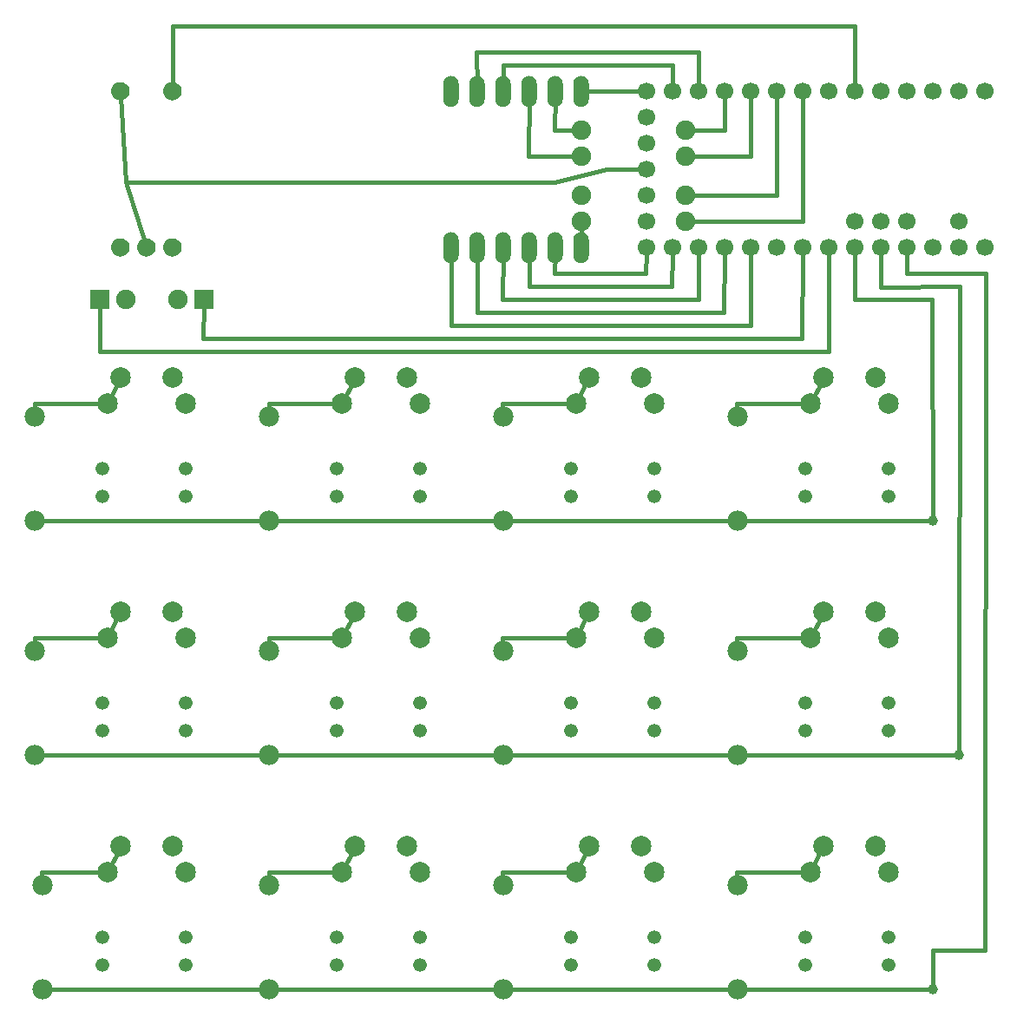
<source format=gbl>
G04 MADE WITH FRITZING*
G04 WWW.FRITZING.ORG*
G04 DOUBLE SIDED*
G04 HOLES PLATED*
G04 CONTOUR ON CENTER OF CONTOUR VECTOR*
%ASAXBY*%
%FSLAX23Y23*%
%MOIN*%
%OFA0B0*%
%SFA1.0B1.0*%
%ADD10C,0.058759*%
%ADD11C,0.075000*%
%ADD12C,0.078000*%
%ADD13C,0.070000*%
%ADD14C,0.052361*%
%ADD15C,0.078639*%
%ADD16C,0.066889*%
%ADD17C,0.039370*%
%ADD18R,0.075000X0.075000*%
%ADD19C,0.016000*%
%ADD20R,0.001000X0.001000*%
%LNCOPPER0*%
G90*
G70*
G54D10*
X1770Y3586D03*
X1870Y3586D03*
X1970Y3586D03*
X2070Y3586D03*
X2170Y3586D03*
X2270Y3587D03*
X1770Y2986D03*
X1870Y2986D03*
X1970Y2986D03*
X2070Y2986D03*
X2170Y2986D03*
X2270Y2987D03*
G54D11*
X2670Y3087D03*
X2270Y3087D03*
X2670Y3087D03*
X2270Y3087D03*
X2670Y3437D03*
X2270Y3437D03*
X2670Y3437D03*
X2270Y3437D03*
X2670Y3337D03*
X2270Y3337D03*
X2670Y3337D03*
X2270Y3337D03*
X2670Y3187D03*
X2270Y3187D03*
X2670Y3187D03*
X2270Y3187D03*
G54D12*
X200Y537D03*
X200Y137D03*
X200Y537D03*
X200Y137D03*
X200Y537D03*
X200Y137D03*
X1070Y537D03*
X1070Y137D03*
X1070Y537D03*
X1070Y137D03*
X1070Y537D03*
X1070Y137D03*
X1970Y537D03*
X1970Y137D03*
X1970Y537D03*
X1970Y137D03*
X1970Y537D03*
X1970Y137D03*
X2870Y537D03*
X2870Y137D03*
X2870Y537D03*
X2870Y137D03*
X2870Y537D03*
X2870Y137D03*
X2870Y1437D03*
X2870Y1037D03*
X2870Y1437D03*
X2870Y1037D03*
X2870Y1437D03*
X2870Y1037D03*
X1970Y1437D03*
X1970Y1037D03*
X1970Y1437D03*
X1970Y1037D03*
X1970Y1437D03*
X1970Y1037D03*
X1070Y1437D03*
X1070Y1037D03*
X1070Y1437D03*
X1070Y1037D03*
X1070Y1437D03*
X1070Y1037D03*
X170Y1437D03*
X170Y1037D03*
X170Y1437D03*
X170Y1037D03*
X170Y1437D03*
X170Y1037D03*
X2870Y2337D03*
X2870Y1937D03*
X2870Y2337D03*
X2870Y1937D03*
X2870Y2337D03*
X2870Y1937D03*
X1970Y2337D03*
X1970Y1937D03*
X1970Y2337D03*
X1970Y1937D03*
X1970Y2337D03*
X1970Y1937D03*
X1070Y2337D03*
X1070Y1937D03*
X1070Y2337D03*
X1070Y1937D03*
X1070Y2337D03*
X1070Y1937D03*
X170Y2337D03*
X170Y1937D03*
X170Y2337D03*
X170Y1937D03*
X170Y2337D03*
X170Y1937D03*
G54D11*
X820Y2787D03*
X720Y2787D03*
X820Y2787D03*
X720Y2787D03*
X420Y2787D03*
X520Y2787D03*
X420Y2787D03*
X520Y2787D03*
G54D13*
X500Y2987D03*
X600Y2987D03*
X700Y2987D03*
X500Y3587D03*
X700Y3587D03*
G54D14*
X750Y1238D03*
X431Y1238D03*
X750Y1132D03*
X431Y1132D03*
G54D15*
X450Y1487D03*
X500Y1587D03*
X700Y1587D03*
X750Y1487D03*
G54D14*
X750Y337D03*
X431Y337D03*
X750Y231D03*
X431Y231D03*
G54D15*
X450Y586D03*
X500Y686D03*
X700Y686D03*
X750Y586D03*
G54D14*
X3450Y2137D03*
X3131Y2137D03*
X3450Y2031D03*
X3131Y2031D03*
G54D15*
X3150Y2386D03*
X3200Y2486D03*
X3400Y2486D03*
X3450Y2386D03*
G54D14*
X2550Y2138D03*
X2231Y2138D03*
X2550Y2032D03*
X2231Y2032D03*
G54D15*
X2250Y2387D03*
X2300Y2487D03*
X2500Y2487D03*
X2550Y2387D03*
G54D14*
X1650Y2137D03*
X1331Y2137D03*
X1650Y2031D03*
X1331Y2031D03*
G54D15*
X1350Y2386D03*
X1400Y2486D03*
X1600Y2486D03*
X1650Y2386D03*
G54D14*
X750Y2138D03*
X431Y2138D03*
X750Y2032D03*
X431Y2032D03*
G54D15*
X451Y2387D03*
X500Y2487D03*
X700Y2487D03*
X750Y2387D03*
G54D14*
X3450Y1237D03*
X3131Y1237D03*
X3450Y1131D03*
X3131Y1131D03*
G54D15*
X3150Y1486D03*
X3200Y1586D03*
X3400Y1586D03*
X3450Y1486D03*
G54D14*
X2550Y1238D03*
X2231Y1238D03*
X2550Y1132D03*
X2231Y1132D03*
G54D15*
X2250Y1487D03*
X2300Y1587D03*
X2500Y1587D03*
X2550Y1487D03*
G54D14*
X1650Y1237D03*
X1331Y1237D03*
X1650Y1131D03*
X1331Y1131D03*
G54D15*
X1350Y1486D03*
X1400Y1586D03*
X1600Y1586D03*
X1650Y1486D03*
G54D14*
X1650Y338D03*
X1331Y338D03*
X1650Y232D03*
X1331Y232D03*
G54D15*
X1351Y587D03*
X1401Y687D03*
X1600Y687D03*
X1650Y587D03*
G54D14*
X2550Y338D03*
X2231Y338D03*
X2550Y232D03*
X2231Y232D03*
G54D15*
X2251Y587D03*
X2300Y687D03*
X2500Y687D03*
X2550Y587D03*
G54D14*
X3450Y338D03*
X3131Y338D03*
X3450Y232D03*
X3131Y232D03*
G54D15*
X3150Y587D03*
X3200Y687D03*
X3400Y687D03*
X3450Y587D03*
G54D16*
X2520Y2987D03*
X2620Y2987D03*
X2720Y2987D03*
X2820Y2987D03*
X2920Y2987D03*
X3020Y2987D03*
X3120Y2987D03*
X3220Y2987D03*
X3320Y2987D03*
X3420Y2987D03*
X3520Y2987D03*
X3620Y2987D03*
X3720Y2987D03*
X3820Y2987D03*
X3720Y3087D03*
X3420Y3087D03*
X3520Y3087D03*
X2520Y3587D03*
X2620Y3587D03*
X2720Y3587D03*
X2820Y3587D03*
X2920Y3587D03*
X3020Y3587D03*
X3120Y3587D03*
X3220Y3587D03*
X3320Y3587D03*
X3420Y3587D03*
X3520Y3587D03*
X3620Y3587D03*
X3720Y3587D03*
X3820Y3587D03*
X3320Y3087D03*
X2520Y3387D03*
X2520Y3487D03*
X2520Y3287D03*
X2520Y3087D03*
X2520Y3187D03*
G54D17*
X3620Y1937D03*
X3720Y1037D03*
X3620Y137D03*
G54D18*
X820Y2787D03*
X820Y2787D03*
X420Y2787D03*
X420Y2787D03*
G54D19*
X819Y2636D02*
X3119Y2636D01*
D02*
X3119Y2636D02*
X3120Y2962D01*
D02*
X820Y2764D02*
X819Y2636D01*
D02*
X2270Y3064D02*
X2270Y3008D01*
D02*
X2169Y3436D02*
X2170Y3565D01*
D02*
X2247Y3437D02*
X2169Y3436D01*
D02*
X2069Y3336D02*
X2070Y3565D01*
D02*
X2247Y3337D02*
X2069Y3336D01*
D02*
X2519Y2888D02*
X2169Y2888D01*
D02*
X2169Y2888D02*
X2170Y2965D01*
D02*
X2520Y2962D02*
X2519Y2888D01*
D02*
X2495Y3587D02*
X2291Y3587D01*
D02*
X3021Y3186D02*
X2693Y3187D01*
D02*
X3020Y3562D02*
X3021Y3186D01*
D02*
X3120Y3088D02*
X2693Y3087D01*
D02*
X3120Y3562D02*
X3120Y3088D01*
D02*
X2071Y2837D02*
X2070Y2965D01*
D02*
X2619Y2837D02*
X2071Y2837D01*
D02*
X2620Y2962D02*
X2619Y2837D01*
D02*
X1969Y2787D02*
X1970Y2965D01*
D02*
X2720Y2787D02*
X1969Y2787D01*
D02*
X2720Y2962D02*
X2720Y2787D01*
D02*
X1871Y2736D02*
X1870Y2965D01*
D02*
X2818Y2736D02*
X1871Y2736D01*
D02*
X2820Y2962D02*
X2818Y2736D01*
D02*
X1770Y2689D02*
X1770Y2965D01*
D02*
X2920Y2689D02*
X1770Y2689D01*
D02*
X2920Y2962D02*
X2920Y2689D01*
D02*
X2169Y3236D02*
X2369Y3286D01*
D02*
X2369Y3286D02*
X2495Y3287D01*
D02*
X521Y3236D02*
X2169Y3236D01*
D02*
X501Y3566D02*
X521Y3236D01*
D02*
X521Y3236D02*
X594Y3007D01*
D02*
X2920Y3336D02*
X2693Y3337D01*
D02*
X2920Y3562D02*
X2920Y3336D01*
D02*
X2820Y3436D02*
X2693Y3437D01*
D02*
X2820Y3562D02*
X2820Y3436D01*
D02*
X1971Y3686D02*
X1970Y3606D01*
D02*
X2620Y3686D02*
X1970Y3686D01*
D02*
X2620Y3612D02*
X2620Y3686D01*
D02*
X1869Y3737D02*
X2721Y3737D01*
D02*
X2721Y3737D02*
X2720Y3612D01*
D02*
X1870Y3606D02*
X1869Y3737D01*
D02*
X1045Y137D02*
X225Y137D01*
D02*
X1095Y137D02*
X1945Y137D01*
D02*
X2845Y137D02*
X1995Y137D01*
D02*
X3606Y137D02*
X2895Y137D01*
D02*
X2845Y1037D02*
X1995Y1037D01*
D02*
X3707Y1037D02*
X2895Y1037D01*
D02*
X1945Y1037D02*
X1095Y1037D01*
D02*
X1045Y1037D02*
X195Y1037D01*
D02*
X2869Y2386D02*
X2870Y2362D01*
D02*
X3126Y2386D02*
X2869Y2386D01*
D02*
X1969Y2386D02*
X1970Y2362D01*
D02*
X2226Y2387D02*
X1969Y2386D01*
D02*
X1045Y1937D02*
X195Y1937D01*
D02*
X1945Y1937D02*
X1095Y1937D01*
D02*
X2845Y1937D02*
X1995Y1937D01*
D02*
X3607Y1937D02*
X2895Y1937D01*
D02*
X3126Y587D02*
X2869Y586D01*
D02*
X2869Y586D02*
X2870Y562D01*
D02*
X3161Y609D02*
X3189Y666D01*
D02*
X2227Y587D02*
X1969Y586D01*
D02*
X1969Y586D02*
X1970Y562D01*
D02*
X2261Y609D02*
X2290Y666D01*
D02*
X1361Y609D02*
X1390Y665D01*
D02*
X1327Y587D02*
X1070Y586D01*
D02*
X1070Y586D02*
X1070Y562D01*
D02*
X461Y608D02*
X490Y665D01*
D02*
X426Y586D02*
X199Y586D01*
D02*
X199Y586D02*
X200Y562D01*
D02*
X461Y1509D02*
X489Y1566D01*
D02*
X426Y1487D02*
X170Y1486D01*
D02*
X170Y1486D02*
X170Y1462D01*
D02*
X1326Y1486D02*
X1070Y1486D01*
D02*
X1070Y1486D02*
X1070Y1462D01*
D02*
X1361Y1508D02*
X1390Y1565D01*
D02*
X2226Y1487D02*
X1969Y1486D01*
D02*
X1969Y1486D02*
X1970Y1462D01*
D02*
X2289Y1565D02*
X2261Y1509D01*
D02*
X3126Y1486D02*
X2869Y1486D01*
D02*
X2869Y1486D02*
X2869Y1462D01*
D02*
X3161Y1508D02*
X3190Y1565D01*
D02*
X3161Y2408D02*
X3190Y2465D01*
D02*
X2261Y2409D02*
X2289Y2466D01*
D02*
X1361Y2408D02*
X1390Y2465D01*
D02*
X461Y2409D02*
X490Y2466D01*
D02*
X427Y2387D02*
X170Y2386D01*
D02*
X170Y2386D02*
X170Y2362D01*
D02*
X1326Y2386D02*
X1070Y2386D01*
D02*
X1070Y2386D02*
X1070Y2362D01*
D02*
X3220Y2962D02*
X3221Y2587D01*
D02*
X3221Y2587D02*
X420Y2587D01*
D02*
X420Y2587D02*
X420Y2764D01*
D02*
X701Y3838D02*
X700Y3608D01*
D02*
X3321Y3837D02*
X701Y3838D01*
D02*
X3320Y3612D02*
X3321Y3837D01*
D02*
X3820Y286D02*
X3823Y2886D01*
D02*
X3620Y286D02*
X3820Y286D01*
D02*
X3620Y150D02*
X3620Y286D01*
D02*
X3823Y2886D02*
X3521Y2887D01*
D02*
X3521Y2887D02*
X3520Y2962D01*
D02*
X3723Y2836D02*
X3421Y2835D01*
D02*
X3421Y2835D02*
X3420Y2962D01*
D02*
X3720Y1050D02*
X3723Y2836D01*
D02*
X3618Y2787D02*
X3321Y2788D01*
D02*
X3321Y2788D02*
X3320Y2962D01*
D02*
X3620Y1950D02*
X3618Y2787D01*
G54D20*
X1770Y3646D02*
X1771Y3646D01*
X1870Y3646D02*
X1871Y3646D01*
X1970Y3646D02*
X1971Y3646D01*
X2070Y3646D02*
X2071Y3646D01*
X2170Y3646D02*
X2171Y3646D01*
X2269Y3646D02*
X2271Y3646D01*
X1763Y3645D02*
X1777Y3645D01*
X1863Y3645D02*
X1877Y3645D01*
X1963Y3645D02*
X1977Y3645D01*
X2063Y3645D02*
X2077Y3645D01*
X2163Y3645D02*
X2177Y3645D01*
X2263Y3645D02*
X2277Y3645D01*
X1760Y3644D02*
X1780Y3644D01*
X1860Y3644D02*
X1880Y3644D01*
X1960Y3644D02*
X1980Y3644D01*
X2060Y3644D02*
X2080Y3644D01*
X2160Y3644D02*
X2180Y3644D01*
X2260Y3644D02*
X2280Y3644D01*
X1757Y3643D02*
X1783Y3643D01*
X1857Y3643D02*
X1883Y3643D01*
X1957Y3643D02*
X1983Y3643D01*
X2057Y3643D02*
X2083Y3643D01*
X2157Y3643D02*
X2183Y3643D01*
X2257Y3643D02*
X2283Y3643D01*
X1756Y3642D02*
X1785Y3642D01*
X1856Y3642D02*
X1885Y3642D01*
X1956Y3642D02*
X1985Y3642D01*
X2056Y3642D02*
X2085Y3642D01*
X2156Y3642D02*
X2185Y3642D01*
X2256Y3642D02*
X2285Y3642D01*
X1754Y3641D02*
X1786Y3641D01*
X1854Y3641D02*
X1886Y3641D01*
X1954Y3641D02*
X1986Y3641D01*
X2054Y3641D02*
X2086Y3641D01*
X2154Y3641D02*
X2186Y3641D01*
X2254Y3641D02*
X2286Y3641D01*
X1753Y3640D02*
X1788Y3640D01*
X1853Y3640D02*
X1888Y3640D01*
X1953Y3640D02*
X1988Y3640D01*
X2053Y3640D02*
X2088Y3640D01*
X2153Y3640D02*
X2188Y3640D01*
X2252Y3640D02*
X2288Y3640D01*
X1751Y3639D02*
X1789Y3639D01*
X1851Y3639D02*
X1889Y3639D01*
X1951Y3639D02*
X1989Y3639D01*
X2051Y3639D02*
X2089Y3639D01*
X2151Y3639D02*
X2189Y3639D01*
X2251Y3639D02*
X2289Y3639D01*
X1750Y3638D02*
X1790Y3638D01*
X1850Y3638D02*
X1890Y3638D01*
X1950Y3638D02*
X1990Y3638D01*
X2050Y3638D02*
X2090Y3638D01*
X2150Y3638D02*
X2190Y3638D01*
X2250Y3638D02*
X2290Y3638D01*
X1749Y3637D02*
X1791Y3637D01*
X1849Y3637D02*
X1891Y3637D01*
X1949Y3637D02*
X1991Y3637D01*
X2049Y3637D02*
X2091Y3637D01*
X2149Y3637D02*
X2191Y3637D01*
X2249Y3637D02*
X2291Y3637D01*
X1748Y3636D02*
X1792Y3636D01*
X1848Y3636D02*
X1892Y3636D01*
X1948Y3636D02*
X1992Y3636D01*
X2048Y3636D02*
X2092Y3636D01*
X2148Y3636D02*
X2192Y3636D01*
X2248Y3636D02*
X2292Y3636D01*
X1747Y3635D02*
X1793Y3635D01*
X1847Y3635D02*
X1893Y3635D01*
X1947Y3635D02*
X1993Y3635D01*
X2047Y3635D02*
X2093Y3635D01*
X2147Y3635D02*
X2193Y3635D01*
X2247Y3635D02*
X2293Y3635D01*
X1747Y3634D02*
X1794Y3634D01*
X1847Y3634D02*
X1894Y3634D01*
X1947Y3634D02*
X1994Y3634D01*
X2047Y3634D02*
X2094Y3634D01*
X2147Y3634D02*
X2194Y3634D01*
X2247Y3634D02*
X2294Y3634D01*
X1746Y3633D02*
X1794Y3633D01*
X1846Y3633D02*
X1894Y3633D01*
X1946Y3633D02*
X1994Y3633D01*
X2046Y3633D02*
X2094Y3633D01*
X2146Y3633D02*
X2194Y3633D01*
X2246Y3633D02*
X2294Y3633D01*
X1745Y3632D02*
X1795Y3632D01*
X1845Y3632D02*
X1895Y3632D01*
X1945Y3632D02*
X1995Y3632D01*
X2045Y3632D02*
X2095Y3632D01*
X2145Y3632D02*
X2195Y3632D01*
X2245Y3632D02*
X2295Y3632D01*
X1745Y3631D02*
X1796Y3631D01*
X1845Y3631D02*
X1896Y3631D01*
X1945Y3631D02*
X1996Y3631D01*
X2045Y3631D02*
X2096Y3631D01*
X2145Y3631D02*
X2196Y3631D01*
X2245Y3631D02*
X2296Y3631D01*
X1744Y3630D02*
X1796Y3630D01*
X1844Y3630D02*
X1896Y3630D01*
X1944Y3630D02*
X1996Y3630D01*
X2044Y3630D02*
X2096Y3630D01*
X2144Y3630D02*
X2196Y3630D01*
X2244Y3630D02*
X2296Y3630D01*
X1744Y3629D02*
X1797Y3629D01*
X1844Y3629D02*
X1897Y3629D01*
X1944Y3629D02*
X1997Y3629D01*
X2044Y3629D02*
X2097Y3629D01*
X2144Y3629D02*
X2197Y3629D01*
X2243Y3629D02*
X2297Y3629D01*
X1743Y3628D02*
X1797Y3628D01*
X1843Y3628D02*
X1897Y3628D01*
X1943Y3628D02*
X1997Y3628D01*
X2043Y3628D02*
X2097Y3628D01*
X2143Y3628D02*
X2197Y3628D01*
X2243Y3628D02*
X2297Y3628D01*
X1743Y3627D02*
X1797Y3627D01*
X1843Y3627D02*
X1897Y3627D01*
X1943Y3627D02*
X1997Y3627D01*
X2043Y3627D02*
X2097Y3627D01*
X2143Y3627D02*
X2197Y3627D01*
X2243Y3627D02*
X2297Y3627D01*
X1742Y3626D02*
X1798Y3626D01*
X1842Y3626D02*
X1898Y3626D01*
X1942Y3626D02*
X1998Y3626D01*
X2042Y3626D02*
X2098Y3626D01*
X2142Y3626D02*
X2198Y3626D01*
X2242Y3626D02*
X2298Y3626D01*
X1742Y3625D02*
X1798Y3625D01*
X1842Y3625D02*
X1898Y3625D01*
X1942Y3625D02*
X1998Y3625D01*
X2042Y3625D02*
X2098Y3625D01*
X2142Y3625D02*
X2198Y3625D01*
X2242Y3625D02*
X2298Y3625D01*
X1742Y3624D02*
X1798Y3624D01*
X1842Y3624D02*
X1898Y3624D01*
X1942Y3624D02*
X1998Y3624D01*
X2042Y3624D02*
X2098Y3624D01*
X2142Y3624D02*
X2198Y3624D01*
X2242Y3624D02*
X2298Y3624D01*
X1741Y3623D02*
X1799Y3623D01*
X1841Y3623D02*
X1899Y3623D01*
X1941Y3623D02*
X1999Y3623D01*
X2041Y3623D02*
X2099Y3623D01*
X2141Y3623D02*
X2199Y3623D01*
X2241Y3623D02*
X2299Y3623D01*
X495Y3622D02*
X504Y3622D01*
X695Y3622D02*
X704Y3622D01*
X1741Y3622D02*
X1799Y3622D01*
X1841Y3622D02*
X1899Y3622D01*
X1941Y3622D02*
X1999Y3622D01*
X2041Y3622D02*
X2099Y3622D01*
X2141Y3622D02*
X2199Y3622D01*
X2241Y3622D02*
X2299Y3622D01*
X491Y3621D02*
X508Y3621D01*
X691Y3621D02*
X708Y3621D01*
X1741Y3621D02*
X1799Y3621D01*
X1841Y3621D02*
X1899Y3621D01*
X1941Y3621D02*
X1999Y3621D01*
X2041Y3621D02*
X2099Y3621D01*
X2141Y3621D02*
X2199Y3621D01*
X2241Y3621D02*
X2299Y3621D01*
X488Y3620D02*
X511Y3620D01*
X688Y3620D02*
X711Y3620D01*
X1741Y3620D02*
X1799Y3620D01*
X1841Y3620D02*
X1899Y3620D01*
X1941Y3620D02*
X1999Y3620D01*
X2041Y3620D02*
X2099Y3620D01*
X2141Y3620D02*
X2199Y3620D01*
X2241Y3620D02*
X2299Y3620D01*
X485Y3619D02*
X514Y3619D01*
X685Y3619D02*
X714Y3619D01*
X1741Y3619D02*
X1799Y3619D01*
X1841Y3619D02*
X1899Y3619D01*
X1941Y3619D02*
X1999Y3619D01*
X2041Y3619D02*
X2099Y3619D01*
X2141Y3619D02*
X2199Y3619D01*
X2241Y3619D02*
X2299Y3619D01*
X483Y3618D02*
X516Y3618D01*
X683Y3618D02*
X716Y3618D01*
X1741Y3618D02*
X1799Y3618D01*
X1841Y3618D02*
X1899Y3618D01*
X1941Y3618D02*
X1999Y3618D01*
X2041Y3618D02*
X2099Y3618D01*
X2141Y3618D02*
X2199Y3618D01*
X2241Y3618D02*
X2299Y3618D01*
X482Y3617D02*
X518Y3617D01*
X682Y3617D02*
X718Y3617D01*
X1741Y3617D02*
X1800Y3617D01*
X1841Y3617D02*
X1900Y3617D01*
X1941Y3617D02*
X2000Y3617D01*
X2041Y3617D02*
X2100Y3617D01*
X2141Y3617D02*
X2200Y3617D01*
X2241Y3617D02*
X2299Y3617D01*
X480Y3616D02*
X519Y3616D01*
X680Y3616D02*
X719Y3616D01*
X1741Y3616D02*
X1800Y3616D01*
X1841Y3616D02*
X1900Y3616D01*
X1941Y3616D02*
X2000Y3616D01*
X2041Y3616D02*
X2100Y3616D01*
X2141Y3616D02*
X2200Y3616D01*
X2241Y3616D02*
X2300Y3616D01*
X479Y3615D02*
X521Y3615D01*
X679Y3615D02*
X721Y3615D01*
X1741Y3615D02*
X1800Y3615D01*
X1841Y3615D02*
X1900Y3615D01*
X1941Y3615D02*
X2000Y3615D01*
X2041Y3615D02*
X2100Y3615D01*
X2141Y3615D02*
X2200Y3615D01*
X2241Y3615D02*
X2300Y3615D01*
X477Y3614D02*
X522Y3614D01*
X677Y3614D02*
X722Y3614D01*
X1741Y3614D02*
X1800Y3614D01*
X1841Y3614D02*
X1900Y3614D01*
X1941Y3614D02*
X2000Y3614D01*
X2041Y3614D02*
X2100Y3614D01*
X2141Y3614D02*
X2200Y3614D01*
X2241Y3614D02*
X2300Y3614D01*
X476Y3613D02*
X523Y3613D01*
X676Y3613D02*
X723Y3613D01*
X1741Y3613D02*
X1800Y3613D01*
X1841Y3613D02*
X1900Y3613D01*
X1941Y3613D02*
X2000Y3613D01*
X2041Y3613D02*
X2100Y3613D01*
X2141Y3613D02*
X2200Y3613D01*
X2241Y3613D02*
X2300Y3613D01*
X475Y3612D02*
X524Y3612D01*
X675Y3612D02*
X724Y3612D01*
X1741Y3612D02*
X1800Y3612D01*
X1841Y3612D02*
X1900Y3612D01*
X1941Y3612D02*
X2000Y3612D01*
X2041Y3612D02*
X2100Y3612D01*
X2141Y3612D02*
X2200Y3612D01*
X2241Y3612D02*
X2300Y3612D01*
X474Y3611D02*
X525Y3611D01*
X674Y3611D02*
X725Y3611D01*
X1741Y3611D02*
X1800Y3611D01*
X1841Y3611D02*
X1900Y3611D01*
X1941Y3611D02*
X2000Y3611D01*
X2041Y3611D02*
X2100Y3611D01*
X2141Y3611D02*
X2200Y3611D01*
X2241Y3611D02*
X2300Y3611D01*
X473Y3610D02*
X526Y3610D01*
X673Y3610D02*
X726Y3610D01*
X1741Y3610D02*
X1800Y3610D01*
X1841Y3610D02*
X1900Y3610D01*
X1941Y3610D02*
X2000Y3610D01*
X2041Y3610D02*
X2100Y3610D01*
X2141Y3610D02*
X2200Y3610D01*
X2241Y3610D02*
X2300Y3610D01*
X473Y3609D02*
X527Y3609D01*
X673Y3609D02*
X727Y3609D01*
X1741Y3609D02*
X1800Y3609D01*
X1841Y3609D02*
X1900Y3609D01*
X1941Y3609D02*
X2000Y3609D01*
X2041Y3609D02*
X2100Y3609D01*
X2141Y3609D02*
X2200Y3609D01*
X2241Y3609D02*
X2300Y3609D01*
X472Y3608D02*
X527Y3608D01*
X672Y3608D02*
X727Y3608D01*
X1741Y3608D02*
X1800Y3608D01*
X1841Y3608D02*
X1900Y3608D01*
X1941Y3608D02*
X2000Y3608D01*
X2041Y3608D02*
X2100Y3608D01*
X2141Y3608D02*
X2200Y3608D01*
X2241Y3608D02*
X2300Y3608D01*
X471Y3607D02*
X528Y3607D01*
X671Y3607D02*
X728Y3607D01*
X1741Y3607D02*
X1800Y3607D01*
X1841Y3607D02*
X1900Y3607D01*
X1941Y3607D02*
X2000Y3607D01*
X2041Y3607D02*
X2100Y3607D01*
X2141Y3607D02*
X2200Y3607D01*
X2241Y3607D02*
X2300Y3607D01*
X471Y3606D02*
X529Y3606D01*
X671Y3606D02*
X729Y3606D01*
X1741Y3606D02*
X1769Y3606D01*
X1771Y3606D02*
X1800Y3606D01*
X1841Y3606D02*
X1869Y3606D01*
X1871Y3606D02*
X1900Y3606D01*
X1941Y3606D02*
X1969Y3606D01*
X1971Y3606D02*
X2000Y3606D01*
X2041Y3606D02*
X2069Y3606D01*
X2071Y3606D02*
X2100Y3606D01*
X2141Y3606D02*
X2169Y3606D01*
X2171Y3606D02*
X2200Y3606D01*
X2241Y3606D02*
X2269Y3606D01*
X2271Y3606D02*
X2300Y3606D01*
X470Y3605D02*
X529Y3605D01*
X670Y3605D02*
X729Y3605D01*
X1741Y3605D02*
X1763Y3605D01*
X1777Y3605D02*
X1800Y3605D01*
X1841Y3605D02*
X1863Y3605D01*
X1877Y3605D02*
X1900Y3605D01*
X1941Y3605D02*
X1963Y3605D01*
X1977Y3605D02*
X2000Y3605D01*
X2041Y3605D02*
X2063Y3605D01*
X2077Y3605D02*
X2100Y3605D01*
X2141Y3605D02*
X2163Y3605D01*
X2177Y3605D02*
X2200Y3605D01*
X2241Y3605D02*
X2263Y3605D01*
X2277Y3605D02*
X2300Y3605D01*
X469Y3604D02*
X530Y3604D01*
X669Y3604D02*
X730Y3604D01*
X1741Y3604D02*
X1761Y3604D01*
X1779Y3604D02*
X1800Y3604D01*
X1841Y3604D02*
X1861Y3604D01*
X1879Y3604D02*
X1900Y3604D01*
X1941Y3604D02*
X1961Y3604D01*
X1979Y3604D02*
X2000Y3604D01*
X2041Y3604D02*
X2061Y3604D01*
X2079Y3604D02*
X2100Y3604D01*
X2141Y3604D02*
X2161Y3604D01*
X2179Y3604D02*
X2200Y3604D01*
X2241Y3604D02*
X2261Y3604D01*
X2279Y3604D02*
X2300Y3604D01*
X469Y3603D02*
X530Y3603D01*
X669Y3603D02*
X730Y3603D01*
X1741Y3603D02*
X1759Y3603D01*
X1781Y3603D02*
X1800Y3603D01*
X1841Y3603D02*
X1859Y3603D01*
X1881Y3603D02*
X1900Y3603D01*
X1941Y3603D02*
X1959Y3603D01*
X1981Y3603D02*
X2000Y3603D01*
X2041Y3603D02*
X2059Y3603D01*
X2081Y3603D02*
X2100Y3603D01*
X2141Y3603D02*
X2159Y3603D01*
X2181Y3603D02*
X2200Y3603D01*
X2241Y3603D02*
X2259Y3603D01*
X2281Y3603D02*
X2300Y3603D01*
X469Y3602D02*
X495Y3602D01*
X504Y3602D02*
X531Y3602D01*
X669Y3602D02*
X695Y3602D01*
X704Y3602D02*
X731Y3602D01*
X1741Y3602D02*
X1758Y3602D01*
X1782Y3602D02*
X1800Y3602D01*
X1841Y3602D02*
X1858Y3602D01*
X1882Y3602D02*
X1900Y3602D01*
X1941Y3602D02*
X1958Y3602D01*
X1982Y3602D02*
X2000Y3602D01*
X2041Y3602D02*
X2058Y3602D01*
X2082Y3602D02*
X2100Y3602D01*
X2141Y3602D02*
X2158Y3602D01*
X2182Y3602D02*
X2200Y3602D01*
X2241Y3602D02*
X2258Y3602D01*
X2282Y3602D02*
X2300Y3602D01*
X468Y3601D02*
X492Y3601D01*
X507Y3601D02*
X531Y3601D01*
X668Y3601D02*
X692Y3601D01*
X707Y3601D02*
X731Y3601D01*
X1741Y3601D02*
X1756Y3601D01*
X1784Y3601D02*
X1800Y3601D01*
X1841Y3601D02*
X1856Y3601D01*
X1884Y3601D02*
X1900Y3601D01*
X1941Y3601D02*
X1956Y3601D01*
X1984Y3601D02*
X2000Y3601D01*
X2041Y3601D02*
X2056Y3601D01*
X2084Y3601D02*
X2100Y3601D01*
X2141Y3601D02*
X2156Y3601D01*
X2184Y3601D02*
X2200Y3601D01*
X2241Y3601D02*
X2256Y3601D01*
X2284Y3601D02*
X2300Y3601D01*
X468Y3600D02*
X491Y3600D01*
X508Y3600D02*
X532Y3600D01*
X668Y3600D02*
X691Y3600D01*
X708Y3600D02*
X732Y3600D01*
X1741Y3600D02*
X1755Y3600D01*
X1785Y3600D02*
X1800Y3600D01*
X1841Y3600D02*
X1855Y3600D01*
X1885Y3600D02*
X1900Y3600D01*
X1941Y3600D02*
X1955Y3600D01*
X1985Y3600D02*
X2000Y3600D01*
X2041Y3600D02*
X2055Y3600D01*
X2085Y3600D02*
X2100Y3600D01*
X2141Y3600D02*
X2155Y3600D01*
X2185Y3600D02*
X2200Y3600D01*
X2241Y3600D02*
X2255Y3600D01*
X2285Y3600D02*
X2300Y3600D01*
X467Y3599D02*
X490Y3599D01*
X510Y3599D02*
X532Y3599D01*
X667Y3599D02*
X690Y3599D01*
X710Y3599D02*
X732Y3599D01*
X1741Y3599D02*
X1754Y3599D01*
X1786Y3599D02*
X1800Y3599D01*
X1841Y3599D02*
X1854Y3599D01*
X1886Y3599D02*
X1900Y3599D01*
X1941Y3599D02*
X1954Y3599D01*
X1986Y3599D02*
X2000Y3599D01*
X2041Y3599D02*
X2054Y3599D01*
X2086Y3599D02*
X2100Y3599D01*
X2141Y3599D02*
X2154Y3599D01*
X2186Y3599D02*
X2200Y3599D01*
X2241Y3599D02*
X2254Y3599D01*
X2286Y3599D02*
X2300Y3599D01*
X467Y3598D02*
X488Y3598D01*
X511Y3598D02*
X532Y3598D01*
X667Y3598D02*
X688Y3598D01*
X711Y3598D02*
X732Y3598D01*
X1741Y3598D02*
X1754Y3598D01*
X1786Y3598D02*
X1800Y3598D01*
X1841Y3598D02*
X1854Y3598D01*
X1886Y3598D02*
X1900Y3598D01*
X1941Y3598D02*
X1954Y3598D01*
X1986Y3598D02*
X2000Y3598D01*
X2041Y3598D02*
X2054Y3598D01*
X2086Y3598D02*
X2100Y3598D01*
X2141Y3598D02*
X2154Y3598D01*
X2186Y3598D02*
X2200Y3598D01*
X2241Y3598D02*
X2254Y3598D01*
X2286Y3598D02*
X2300Y3598D01*
X467Y3597D02*
X488Y3597D01*
X512Y3597D02*
X533Y3597D01*
X667Y3597D02*
X688Y3597D01*
X712Y3597D02*
X733Y3597D01*
X1741Y3597D02*
X1753Y3597D01*
X1787Y3597D02*
X1800Y3597D01*
X1841Y3597D02*
X1853Y3597D01*
X1887Y3597D02*
X1900Y3597D01*
X1941Y3597D02*
X1953Y3597D01*
X1987Y3597D02*
X2000Y3597D01*
X2041Y3597D02*
X2053Y3597D01*
X2087Y3597D02*
X2100Y3597D01*
X2141Y3597D02*
X2153Y3597D01*
X2187Y3597D02*
X2200Y3597D01*
X2241Y3597D02*
X2253Y3597D01*
X2287Y3597D02*
X2300Y3597D01*
X466Y3596D02*
X487Y3596D01*
X513Y3596D02*
X533Y3596D01*
X666Y3596D02*
X687Y3596D01*
X713Y3596D02*
X733Y3596D01*
X1741Y3596D02*
X1752Y3596D01*
X1788Y3596D02*
X1800Y3596D01*
X1841Y3596D02*
X1852Y3596D01*
X1888Y3596D02*
X1900Y3596D01*
X1941Y3596D02*
X1952Y3596D01*
X1988Y3596D02*
X2000Y3596D01*
X2041Y3596D02*
X2052Y3596D01*
X2088Y3596D02*
X2100Y3596D01*
X2141Y3596D02*
X2152Y3596D01*
X2188Y3596D02*
X2200Y3596D01*
X2241Y3596D02*
X2252Y3596D01*
X2288Y3596D02*
X2300Y3596D01*
X466Y3595D02*
X486Y3595D01*
X513Y3595D02*
X533Y3595D01*
X666Y3595D02*
X686Y3595D01*
X713Y3595D02*
X733Y3595D01*
X1741Y3595D02*
X1752Y3595D01*
X1788Y3595D02*
X1800Y3595D01*
X1841Y3595D02*
X1852Y3595D01*
X1888Y3595D02*
X1900Y3595D01*
X1941Y3595D02*
X1952Y3595D01*
X1988Y3595D02*
X2000Y3595D01*
X2041Y3595D02*
X2052Y3595D01*
X2088Y3595D02*
X2100Y3595D01*
X2141Y3595D02*
X2152Y3595D01*
X2188Y3595D02*
X2200Y3595D01*
X2241Y3595D02*
X2252Y3595D01*
X2288Y3595D02*
X2300Y3595D01*
X466Y3594D02*
X485Y3594D01*
X514Y3594D02*
X533Y3594D01*
X666Y3594D02*
X685Y3594D01*
X714Y3594D02*
X733Y3594D01*
X1741Y3594D02*
X1751Y3594D01*
X1789Y3594D02*
X1800Y3594D01*
X1841Y3594D02*
X1851Y3594D01*
X1889Y3594D02*
X1900Y3594D01*
X1941Y3594D02*
X1951Y3594D01*
X1989Y3594D02*
X2000Y3594D01*
X2041Y3594D02*
X2051Y3594D01*
X2089Y3594D02*
X2100Y3594D01*
X2141Y3594D02*
X2151Y3594D01*
X2189Y3594D02*
X2200Y3594D01*
X2241Y3594D02*
X2251Y3594D01*
X2289Y3594D02*
X2300Y3594D01*
X466Y3593D02*
X485Y3593D01*
X514Y3593D02*
X534Y3593D01*
X666Y3593D02*
X685Y3593D01*
X714Y3593D02*
X734Y3593D01*
X1741Y3593D02*
X1751Y3593D01*
X1789Y3593D02*
X1800Y3593D01*
X1841Y3593D02*
X1851Y3593D01*
X1889Y3593D02*
X1900Y3593D01*
X1941Y3593D02*
X1951Y3593D01*
X1989Y3593D02*
X2000Y3593D01*
X2041Y3593D02*
X2051Y3593D01*
X2089Y3593D02*
X2100Y3593D01*
X2141Y3593D02*
X2151Y3593D01*
X2189Y3593D02*
X2200Y3593D01*
X2241Y3593D02*
X2251Y3593D01*
X2289Y3593D02*
X2300Y3593D01*
X466Y3592D02*
X485Y3592D01*
X515Y3592D02*
X534Y3592D01*
X666Y3592D02*
X685Y3592D01*
X715Y3592D02*
X734Y3592D01*
X1741Y3592D02*
X1751Y3592D01*
X1790Y3592D02*
X1800Y3592D01*
X1841Y3592D02*
X1851Y3592D01*
X1890Y3592D02*
X1900Y3592D01*
X1941Y3592D02*
X1951Y3592D01*
X1990Y3592D02*
X2000Y3592D01*
X2041Y3592D02*
X2051Y3592D01*
X2090Y3592D02*
X2100Y3592D01*
X2141Y3592D02*
X2151Y3592D01*
X2190Y3592D02*
X2200Y3592D01*
X2241Y3592D02*
X2251Y3592D01*
X2290Y3592D02*
X2300Y3592D01*
X465Y3591D02*
X484Y3591D01*
X515Y3591D02*
X534Y3591D01*
X665Y3591D02*
X684Y3591D01*
X715Y3591D02*
X734Y3591D01*
X1741Y3591D02*
X1750Y3591D01*
X1790Y3591D02*
X1800Y3591D01*
X1841Y3591D02*
X1850Y3591D01*
X1890Y3591D02*
X1900Y3591D01*
X1941Y3591D02*
X1950Y3591D01*
X1990Y3591D02*
X2000Y3591D01*
X2041Y3591D02*
X2050Y3591D01*
X2090Y3591D02*
X2100Y3591D01*
X2141Y3591D02*
X2150Y3591D01*
X2190Y3591D02*
X2200Y3591D01*
X2241Y3591D02*
X2250Y3591D01*
X2290Y3591D02*
X2300Y3591D01*
X465Y3590D02*
X484Y3590D01*
X515Y3590D02*
X534Y3590D01*
X665Y3590D02*
X684Y3590D01*
X715Y3590D02*
X734Y3590D01*
X1741Y3590D02*
X1750Y3590D01*
X1790Y3590D02*
X1800Y3590D01*
X1841Y3590D02*
X1850Y3590D01*
X1890Y3590D02*
X1900Y3590D01*
X1941Y3590D02*
X1950Y3590D01*
X1990Y3590D02*
X2000Y3590D01*
X2041Y3590D02*
X2050Y3590D01*
X2090Y3590D02*
X2100Y3590D01*
X2141Y3590D02*
X2150Y3590D01*
X2190Y3590D02*
X2200Y3590D01*
X2241Y3590D02*
X2250Y3590D01*
X2290Y3590D02*
X2300Y3590D01*
X465Y3589D02*
X484Y3589D01*
X515Y3589D02*
X534Y3589D01*
X665Y3589D02*
X684Y3589D01*
X715Y3589D02*
X734Y3589D01*
X1741Y3589D02*
X1750Y3589D01*
X1790Y3589D02*
X1800Y3589D01*
X1841Y3589D02*
X1850Y3589D01*
X1890Y3589D02*
X1900Y3589D01*
X1941Y3589D02*
X1950Y3589D01*
X1990Y3589D02*
X2000Y3589D01*
X2041Y3589D02*
X2050Y3589D01*
X2090Y3589D02*
X2100Y3589D01*
X2141Y3589D02*
X2150Y3589D01*
X2190Y3589D02*
X2200Y3589D01*
X2241Y3589D02*
X2250Y3589D01*
X2290Y3589D02*
X2300Y3589D01*
X465Y3588D02*
X484Y3588D01*
X515Y3588D02*
X534Y3588D01*
X665Y3588D02*
X684Y3588D01*
X715Y3588D02*
X734Y3588D01*
X1741Y3588D02*
X1750Y3588D01*
X1790Y3588D02*
X1800Y3588D01*
X1841Y3588D02*
X1850Y3588D01*
X1890Y3588D02*
X1900Y3588D01*
X1941Y3588D02*
X1950Y3588D01*
X1990Y3588D02*
X2000Y3588D01*
X2041Y3588D02*
X2050Y3588D01*
X2090Y3588D02*
X2100Y3588D01*
X2141Y3588D02*
X2150Y3588D01*
X2190Y3588D02*
X2200Y3588D01*
X2241Y3588D02*
X2250Y3588D01*
X2290Y3588D02*
X2300Y3588D01*
X465Y3587D02*
X484Y3587D01*
X515Y3587D02*
X534Y3587D01*
X665Y3587D02*
X684Y3587D01*
X715Y3587D02*
X734Y3587D01*
X1741Y3587D02*
X1750Y3587D01*
X1790Y3587D02*
X1800Y3587D01*
X1841Y3587D02*
X1850Y3587D01*
X1890Y3587D02*
X1900Y3587D01*
X1941Y3587D02*
X1950Y3587D01*
X1990Y3587D02*
X2000Y3587D01*
X2041Y3587D02*
X2050Y3587D01*
X2090Y3587D02*
X2100Y3587D01*
X2141Y3587D02*
X2150Y3587D01*
X2190Y3587D02*
X2200Y3587D01*
X2241Y3587D02*
X2250Y3587D01*
X2290Y3587D02*
X2300Y3587D01*
X465Y3586D02*
X484Y3586D01*
X515Y3586D02*
X534Y3586D01*
X665Y3586D02*
X684Y3586D01*
X715Y3586D02*
X734Y3586D01*
X1741Y3586D02*
X1750Y3586D01*
X1791Y3586D02*
X1800Y3586D01*
X1841Y3586D02*
X1850Y3586D01*
X1891Y3586D02*
X1900Y3586D01*
X1941Y3586D02*
X1950Y3586D01*
X1991Y3586D02*
X2000Y3586D01*
X2041Y3586D02*
X2050Y3586D01*
X2091Y3586D02*
X2100Y3586D01*
X2141Y3586D02*
X2150Y3586D01*
X2191Y3586D02*
X2200Y3586D01*
X2241Y3586D02*
X2250Y3586D01*
X2291Y3586D02*
X2300Y3586D01*
X465Y3585D02*
X484Y3585D01*
X515Y3585D02*
X534Y3585D01*
X665Y3585D02*
X684Y3585D01*
X715Y3585D02*
X734Y3585D01*
X1741Y3585D02*
X1750Y3585D01*
X1790Y3585D02*
X1800Y3585D01*
X1841Y3585D02*
X1850Y3585D01*
X1890Y3585D02*
X1900Y3585D01*
X1941Y3585D02*
X1950Y3585D01*
X1990Y3585D02*
X2000Y3585D01*
X2041Y3585D02*
X2050Y3585D01*
X2090Y3585D02*
X2100Y3585D01*
X2141Y3585D02*
X2150Y3585D01*
X2190Y3585D02*
X2200Y3585D01*
X2241Y3585D02*
X2250Y3585D01*
X2290Y3585D02*
X2300Y3585D01*
X465Y3584D02*
X484Y3584D01*
X515Y3584D02*
X534Y3584D01*
X665Y3584D02*
X684Y3584D01*
X715Y3584D02*
X734Y3584D01*
X1741Y3584D02*
X1750Y3584D01*
X1790Y3584D02*
X1800Y3584D01*
X1841Y3584D02*
X1850Y3584D01*
X1890Y3584D02*
X1900Y3584D01*
X1941Y3584D02*
X1950Y3584D01*
X1990Y3584D02*
X2000Y3584D01*
X2041Y3584D02*
X2050Y3584D01*
X2090Y3584D02*
X2100Y3584D01*
X2141Y3584D02*
X2150Y3584D01*
X2190Y3584D02*
X2200Y3584D01*
X2241Y3584D02*
X2250Y3584D01*
X2290Y3584D02*
X2300Y3584D01*
X465Y3583D02*
X485Y3583D01*
X515Y3583D02*
X534Y3583D01*
X665Y3583D02*
X685Y3583D01*
X715Y3583D02*
X734Y3583D01*
X1741Y3583D02*
X1750Y3583D01*
X1790Y3583D02*
X1800Y3583D01*
X1841Y3583D02*
X1850Y3583D01*
X1890Y3583D02*
X1900Y3583D01*
X1941Y3583D02*
X1950Y3583D01*
X1990Y3583D02*
X2000Y3583D01*
X2041Y3583D02*
X2050Y3583D01*
X2090Y3583D02*
X2100Y3583D01*
X2141Y3583D02*
X2150Y3583D01*
X2190Y3583D02*
X2200Y3583D01*
X2241Y3583D02*
X2250Y3583D01*
X2290Y3583D02*
X2300Y3583D01*
X466Y3582D02*
X485Y3582D01*
X514Y3582D02*
X534Y3582D01*
X666Y3582D02*
X685Y3582D01*
X714Y3582D02*
X734Y3582D01*
X1741Y3582D02*
X1750Y3582D01*
X1790Y3582D02*
X1800Y3582D01*
X1841Y3582D02*
X1850Y3582D01*
X1890Y3582D02*
X1900Y3582D01*
X1941Y3582D02*
X1950Y3582D01*
X1990Y3582D02*
X2000Y3582D01*
X2041Y3582D02*
X2050Y3582D01*
X2090Y3582D02*
X2100Y3582D01*
X2141Y3582D02*
X2150Y3582D01*
X2190Y3582D02*
X2200Y3582D01*
X2241Y3582D02*
X2250Y3582D01*
X2290Y3582D02*
X2300Y3582D01*
X466Y3581D02*
X485Y3581D01*
X514Y3581D02*
X533Y3581D01*
X666Y3581D02*
X685Y3581D01*
X714Y3581D02*
X733Y3581D01*
X1741Y3581D02*
X1750Y3581D01*
X1790Y3581D02*
X1800Y3581D01*
X1841Y3581D02*
X1850Y3581D01*
X1890Y3581D02*
X1900Y3581D01*
X1941Y3581D02*
X1950Y3581D01*
X1990Y3581D02*
X2000Y3581D01*
X2041Y3581D02*
X2050Y3581D01*
X2090Y3581D02*
X2100Y3581D01*
X2141Y3581D02*
X2150Y3581D01*
X2190Y3581D02*
X2200Y3581D01*
X2241Y3581D02*
X2250Y3581D01*
X2290Y3581D02*
X2300Y3581D01*
X466Y3580D02*
X486Y3580D01*
X513Y3580D02*
X533Y3580D01*
X666Y3580D02*
X686Y3580D01*
X713Y3580D02*
X733Y3580D01*
X1741Y3580D02*
X1751Y3580D01*
X1790Y3580D02*
X1800Y3580D01*
X1841Y3580D02*
X1851Y3580D01*
X1890Y3580D02*
X1900Y3580D01*
X1941Y3580D02*
X1951Y3580D01*
X1990Y3580D02*
X2000Y3580D01*
X2041Y3580D02*
X2051Y3580D01*
X2090Y3580D02*
X2100Y3580D01*
X2141Y3580D02*
X2151Y3580D01*
X2190Y3580D02*
X2200Y3580D01*
X2241Y3580D02*
X2251Y3580D01*
X2289Y3580D02*
X2300Y3580D01*
X466Y3579D02*
X487Y3579D01*
X513Y3579D02*
X533Y3579D01*
X666Y3579D02*
X687Y3579D01*
X713Y3579D02*
X733Y3579D01*
X1741Y3579D02*
X1751Y3579D01*
X1789Y3579D02*
X1800Y3579D01*
X1841Y3579D02*
X1851Y3579D01*
X1889Y3579D02*
X1900Y3579D01*
X1941Y3579D02*
X1951Y3579D01*
X1989Y3579D02*
X2000Y3579D01*
X2041Y3579D02*
X2051Y3579D01*
X2089Y3579D02*
X2100Y3579D01*
X2141Y3579D02*
X2151Y3579D01*
X2189Y3579D02*
X2200Y3579D01*
X2241Y3579D02*
X2251Y3579D01*
X2289Y3579D02*
X2300Y3579D01*
X467Y3578D02*
X488Y3578D01*
X512Y3578D02*
X533Y3578D01*
X667Y3578D02*
X688Y3578D01*
X712Y3578D02*
X733Y3578D01*
X1741Y3578D02*
X1751Y3578D01*
X1789Y3578D02*
X1800Y3578D01*
X1841Y3578D02*
X1851Y3578D01*
X1889Y3578D02*
X1900Y3578D01*
X1941Y3578D02*
X1951Y3578D01*
X1989Y3578D02*
X2000Y3578D01*
X2041Y3578D02*
X2051Y3578D01*
X2089Y3578D02*
X2100Y3578D01*
X2141Y3578D02*
X2151Y3578D01*
X2189Y3578D02*
X2200Y3578D01*
X2241Y3578D02*
X2251Y3578D01*
X2289Y3578D02*
X2300Y3578D01*
X467Y3577D02*
X488Y3577D01*
X511Y3577D02*
X532Y3577D01*
X667Y3577D02*
X688Y3577D01*
X711Y3577D02*
X732Y3577D01*
X1741Y3577D02*
X1752Y3577D01*
X1788Y3577D02*
X1800Y3577D01*
X1841Y3577D02*
X1852Y3577D01*
X1888Y3577D02*
X1900Y3577D01*
X1941Y3577D02*
X1952Y3577D01*
X1988Y3577D02*
X2000Y3577D01*
X2041Y3577D02*
X2052Y3577D01*
X2088Y3577D02*
X2100Y3577D01*
X2141Y3577D02*
X2152Y3577D01*
X2188Y3577D02*
X2200Y3577D01*
X2241Y3577D02*
X2252Y3577D01*
X2288Y3577D02*
X2300Y3577D01*
X467Y3576D02*
X490Y3576D01*
X510Y3576D02*
X532Y3576D01*
X667Y3576D02*
X690Y3576D01*
X710Y3576D02*
X732Y3576D01*
X1741Y3576D02*
X1752Y3576D01*
X1788Y3576D02*
X1800Y3576D01*
X1841Y3576D02*
X1852Y3576D01*
X1888Y3576D02*
X1900Y3576D01*
X1941Y3576D02*
X1952Y3576D01*
X1988Y3576D02*
X2000Y3576D01*
X2041Y3576D02*
X2052Y3576D01*
X2088Y3576D02*
X2100Y3576D01*
X2141Y3576D02*
X2152Y3576D01*
X2188Y3576D02*
X2200Y3576D01*
X2241Y3576D02*
X2252Y3576D01*
X2288Y3576D02*
X2300Y3576D01*
X468Y3575D02*
X491Y3575D01*
X509Y3575D02*
X532Y3575D01*
X668Y3575D02*
X691Y3575D01*
X709Y3575D02*
X732Y3575D01*
X1741Y3575D02*
X1753Y3575D01*
X1787Y3575D02*
X1800Y3575D01*
X1841Y3575D02*
X1853Y3575D01*
X1887Y3575D02*
X1900Y3575D01*
X1941Y3575D02*
X1953Y3575D01*
X1987Y3575D02*
X2000Y3575D01*
X2041Y3575D02*
X2053Y3575D01*
X2087Y3575D02*
X2100Y3575D01*
X2141Y3575D02*
X2153Y3575D01*
X2187Y3575D02*
X2200Y3575D01*
X2241Y3575D02*
X2253Y3575D01*
X2287Y3575D02*
X2300Y3575D01*
X468Y3574D02*
X492Y3574D01*
X507Y3574D02*
X531Y3574D01*
X668Y3574D02*
X692Y3574D01*
X707Y3574D02*
X731Y3574D01*
X1741Y3574D02*
X1754Y3574D01*
X1786Y3574D02*
X1800Y3574D01*
X1841Y3574D02*
X1854Y3574D01*
X1886Y3574D02*
X1900Y3574D01*
X1941Y3574D02*
X1954Y3574D01*
X1986Y3574D02*
X2000Y3574D01*
X2041Y3574D02*
X2054Y3574D01*
X2086Y3574D02*
X2100Y3574D01*
X2141Y3574D02*
X2154Y3574D01*
X2186Y3574D02*
X2200Y3574D01*
X2241Y3574D02*
X2254Y3574D01*
X2286Y3574D02*
X2300Y3574D01*
X468Y3573D02*
X495Y3573D01*
X504Y3573D02*
X531Y3573D01*
X668Y3573D02*
X695Y3573D01*
X704Y3573D02*
X731Y3573D01*
X1741Y3573D02*
X1755Y3573D01*
X1786Y3573D02*
X1800Y3573D01*
X1841Y3573D02*
X1855Y3573D01*
X1886Y3573D02*
X1900Y3573D01*
X1941Y3573D02*
X1955Y3573D01*
X1986Y3573D02*
X2000Y3573D01*
X2041Y3573D02*
X2055Y3573D01*
X2086Y3573D02*
X2100Y3573D01*
X2141Y3573D02*
X2155Y3573D01*
X2186Y3573D02*
X2200Y3573D01*
X2241Y3573D02*
X2254Y3573D01*
X2286Y3573D02*
X2300Y3573D01*
X469Y3572D02*
X530Y3572D01*
X669Y3572D02*
X730Y3572D01*
X1741Y3572D02*
X1755Y3572D01*
X1785Y3572D02*
X1800Y3572D01*
X1841Y3572D02*
X1855Y3572D01*
X1885Y3572D02*
X1900Y3572D01*
X1941Y3572D02*
X1955Y3572D01*
X1985Y3572D02*
X2000Y3572D01*
X2041Y3572D02*
X2055Y3572D01*
X2085Y3572D02*
X2100Y3572D01*
X2141Y3572D02*
X2155Y3572D01*
X2185Y3572D02*
X2200Y3572D01*
X2241Y3572D02*
X2255Y3572D01*
X2285Y3572D02*
X2300Y3572D01*
X469Y3571D02*
X530Y3571D01*
X669Y3571D02*
X730Y3571D01*
X1741Y3571D02*
X1757Y3571D01*
X1784Y3571D02*
X1800Y3571D01*
X1841Y3571D02*
X1857Y3571D01*
X1884Y3571D02*
X1900Y3571D01*
X1941Y3571D02*
X1957Y3571D01*
X1984Y3571D02*
X2000Y3571D01*
X2041Y3571D02*
X2057Y3571D01*
X2084Y3571D02*
X2100Y3571D01*
X2141Y3571D02*
X2157Y3571D01*
X2184Y3571D02*
X2200Y3571D01*
X2241Y3571D02*
X2257Y3571D01*
X2284Y3571D02*
X2300Y3571D01*
X470Y3570D02*
X529Y3570D01*
X670Y3570D02*
X729Y3570D01*
X1741Y3570D02*
X1758Y3570D01*
X1782Y3570D02*
X1800Y3570D01*
X1841Y3570D02*
X1858Y3570D01*
X1882Y3570D02*
X1900Y3570D01*
X1941Y3570D02*
X1958Y3570D01*
X1982Y3570D02*
X2000Y3570D01*
X2041Y3570D02*
X2058Y3570D01*
X2082Y3570D02*
X2100Y3570D01*
X2141Y3570D02*
X2158Y3570D01*
X2182Y3570D02*
X2200Y3570D01*
X2241Y3570D02*
X2258Y3570D01*
X2282Y3570D02*
X2300Y3570D01*
X471Y3569D02*
X529Y3569D01*
X671Y3569D02*
X729Y3569D01*
X1741Y3569D02*
X1759Y3569D01*
X1781Y3569D02*
X1800Y3569D01*
X1841Y3569D02*
X1859Y3569D01*
X1881Y3569D02*
X1900Y3569D01*
X1941Y3569D02*
X1959Y3569D01*
X1981Y3569D02*
X2000Y3569D01*
X2041Y3569D02*
X2059Y3569D01*
X2081Y3569D02*
X2100Y3569D01*
X2141Y3569D02*
X2159Y3569D01*
X2181Y3569D02*
X2200Y3569D01*
X2241Y3569D02*
X2259Y3569D01*
X2281Y3569D02*
X2300Y3569D01*
X471Y3568D02*
X528Y3568D01*
X671Y3568D02*
X728Y3568D01*
X1741Y3568D02*
X1761Y3568D01*
X1779Y3568D02*
X1800Y3568D01*
X1841Y3568D02*
X1861Y3568D01*
X1879Y3568D02*
X1900Y3568D01*
X1941Y3568D02*
X1961Y3568D01*
X1979Y3568D02*
X2000Y3568D01*
X2041Y3568D02*
X2061Y3568D01*
X2079Y3568D02*
X2100Y3568D01*
X2141Y3568D02*
X2161Y3568D01*
X2179Y3568D02*
X2200Y3568D01*
X2241Y3568D02*
X2261Y3568D01*
X2279Y3568D02*
X2300Y3568D01*
X472Y3567D02*
X527Y3567D01*
X672Y3567D02*
X727Y3567D01*
X1741Y3567D02*
X1764Y3567D01*
X1776Y3567D02*
X1800Y3567D01*
X1841Y3567D02*
X1864Y3567D01*
X1876Y3567D02*
X1900Y3567D01*
X1941Y3567D02*
X1964Y3567D01*
X1976Y3567D02*
X2000Y3567D01*
X2041Y3567D02*
X2064Y3567D01*
X2076Y3567D02*
X2100Y3567D01*
X2141Y3567D02*
X2164Y3567D01*
X2176Y3567D02*
X2200Y3567D01*
X2241Y3567D02*
X2264Y3567D01*
X2276Y3567D02*
X2300Y3567D01*
X473Y3566D02*
X527Y3566D01*
X673Y3566D02*
X727Y3566D01*
X1741Y3566D02*
X1800Y3566D01*
X1841Y3566D02*
X1900Y3566D01*
X1941Y3566D02*
X2000Y3566D01*
X2041Y3566D02*
X2100Y3566D01*
X2141Y3566D02*
X2200Y3566D01*
X2241Y3566D02*
X2300Y3566D01*
X473Y3565D02*
X526Y3565D01*
X673Y3565D02*
X726Y3565D01*
X1741Y3565D02*
X1800Y3565D01*
X1841Y3565D02*
X1900Y3565D01*
X1941Y3565D02*
X2000Y3565D01*
X2041Y3565D02*
X2100Y3565D01*
X2141Y3565D02*
X2200Y3565D01*
X2241Y3565D02*
X2300Y3565D01*
X474Y3564D02*
X525Y3564D01*
X674Y3564D02*
X725Y3564D01*
X1741Y3564D02*
X1800Y3564D01*
X1841Y3564D02*
X1900Y3564D01*
X1941Y3564D02*
X2000Y3564D01*
X2041Y3564D02*
X2100Y3564D01*
X2141Y3564D02*
X2200Y3564D01*
X2241Y3564D02*
X2300Y3564D01*
X475Y3563D02*
X524Y3563D01*
X675Y3563D02*
X724Y3563D01*
X1741Y3563D02*
X1800Y3563D01*
X1841Y3563D02*
X1900Y3563D01*
X1941Y3563D02*
X2000Y3563D01*
X2041Y3563D02*
X2100Y3563D01*
X2141Y3563D02*
X2200Y3563D01*
X2241Y3563D02*
X2300Y3563D01*
X476Y3562D02*
X523Y3562D01*
X676Y3562D02*
X723Y3562D01*
X1741Y3562D02*
X1800Y3562D01*
X1841Y3562D02*
X1900Y3562D01*
X1941Y3562D02*
X2000Y3562D01*
X2041Y3562D02*
X2100Y3562D01*
X2141Y3562D02*
X2200Y3562D01*
X2241Y3562D02*
X2300Y3562D01*
X477Y3561D02*
X522Y3561D01*
X677Y3561D02*
X722Y3561D01*
X1741Y3561D02*
X1800Y3561D01*
X1841Y3561D02*
X1900Y3561D01*
X1941Y3561D02*
X2000Y3561D01*
X2041Y3561D02*
X2100Y3561D01*
X2141Y3561D02*
X2200Y3561D01*
X2241Y3561D02*
X2300Y3561D01*
X479Y3560D02*
X521Y3560D01*
X679Y3560D02*
X721Y3560D01*
X1741Y3560D02*
X1800Y3560D01*
X1841Y3560D02*
X1900Y3560D01*
X1941Y3560D02*
X2000Y3560D01*
X2041Y3560D02*
X2100Y3560D01*
X2141Y3560D02*
X2200Y3560D01*
X2241Y3560D02*
X2300Y3560D01*
X480Y3559D02*
X519Y3559D01*
X680Y3559D02*
X719Y3559D01*
X1741Y3559D02*
X1800Y3559D01*
X1841Y3559D02*
X1900Y3559D01*
X1941Y3559D02*
X2000Y3559D01*
X2041Y3559D02*
X2100Y3559D01*
X2141Y3559D02*
X2200Y3559D01*
X2241Y3559D02*
X2300Y3559D01*
X482Y3558D02*
X518Y3558D01*
X682Y3558D02*
X718Y3558D01*
X1741Y3558D02*
X1800Y3558D01*
X1841Y3558D02*
X1900Y3558D01*
X1941Y3558D02*
X2000Y3558D01*
X2041Y3558D02*
X2100Y3558D01*
X2141Y3558D02*
X2200Y3558D01*
X2241Y3558D02*
X2300Y3558D01*
X483Y3557D02*
X516Y3557D01*
X683Y3557D02*
X716Y3557D01*
X1741Y3557D02*
X1800Y3557D01*
X1841Y3557D02*
X1900Y3557D01*
X1941Y3557D02*
X2000Y3557D01*
X2041Y3557D02*
X2100Y3557D01*
X2141Y3557D02*
X2200Y3557D01*
X2241Y3557D02*
X2300Y3557D01*
X485Y3556D02*
X514Y3556D01*
X685Y3556D02*
X714Y3556D01*
X1741Y3556D02*
X1800Y3556D01*
X1841Y3556D02*
X1900Y3556D01*
X1941Y3556D02*
X2000Y3556D01*
X2041Y3556D02*
X2100Y3556D01*
X2141Y3556D02*
X2200Y3556D01*
X2241Y3556D02*
X2300Y3556D01*
X488Y3555D02*
X512Y3555D01*
X688Y3555D02*
X712Y3555D01*
X1741Y3555D02*
X1799Y3555D01*
X1841Y3555D02*
X1899Y3555D01*
X1941Y3555D02*
X1999Y3555D01*
X2041Y3555D02*
X2099Y3555D01*
X2141Y3555D02*
X2199Y3555D01*
X2241Y3555D02*
X2299Y3555D01*
X490Y3554D02*
X509Y3554D01*
X690Y3554D02*
X709Y3554D01*
X1741Y3554D02*
X1799Y3554D01*
X1841Y3554D02*
X1899Y3554D01*
X1941Y3554D02*
X1999Y3554D01*
X2041Y3554D02*
X2099Y3554D01*
X2141Y3554D02*
X2199Y3554D01*
X2241Y3554D02*
X2299Y3554D01*
X495Y3553D02*
X505Y3553D01*
X695Y3553D02*
X705Y3553D01*
X1741Y3553D02*
X1799Y3553D01*
X1841Y3553D02*
X1899Y3553D01*
X1941Y3553D02*
X1999Y3553D01*
X2041Y3553D02*
X2099Y3553D01*
X2141Y3553D02*
X2199Y3553D01*
X2241Y3553D02*
X2299Y3553D01*
X1741Y3552D02*
X1799Y3552D01*
X1841Y3552D02*
X1899Y3552D01*
X1941Y3552D02*
X1999Y3552D01*
X2041Y3552D02*
X2099Y3552D01*
X2141Y3552D02*
X2199Y3552D01*
X2241Y3552D02*
X2299Y3552D01*
X1741Y3551D02*
X1799Y3551D01*
X1841Y3551D02*
X1899Y3551D01*
X1941Y3551D02*
X1999Y3551D01*
X2041Y3551D02*
X2099Y3551D01*
X2141Y3551D02*
X2199Y3551D01*
X2241Y3551D02*
X2299Y3551D01*
X1741Y3550D02*
X1799Y3550D01*
X1841Y3550D02*
X1899Y3550D01*
X1941Y3550D02*
X1999Y3550D01*
X2041Y3550D02*
X2099Y3550D01*
X2141Y3550D02*
X2199Y3550D01*
X2241Y3550D02*
X2299Y3550D01*
X1741Y3549D02*
X1799Y3549D01*
X1841Y3549D02*
X1899Y3549D01*
X1941Y3549D02*
X1999Y3549D01*
X2041Y3549D02*
X2099Y3549D01*
X2141Y3549D02*
X2199Y3549D01*
X2241Y3549D02*
X2299Y3549D01*
X1742Y3548D02*
X1798Y3548D01*
X1842Y3548D02*
X1898Y3548D01*
X1942Y3548D02*
X1998Y3548D01*
X2042Y3548D02*
X2098Y3548D01*
X2142Y3548D02*
X2198Y3548D01*
X2242Y3548D02*
X2298Y3548D01*
X1742Y3547D02*
X1798Y3547D01*
X1842Y3547D02*
X1898Y3547D01*
X1942Y3547D02*
X1998Y3547D01*
X2042Y3547D02*
X2098Y3547D01*
X2142Y3547D02*
X2198Y3547D01*
X2242Y3547D02*
X2298Y3547D01*
X1742Y3546D02*
X1798Y3546D01*
X1842Y3546D02*
X1898Y3546D01*
X1942Y3546D02*
X1998Y3546D01*
X2042Y3546D02*
X2098Y3546D01*
X2142Y3546D02*
X2198Y3546D01*
X2242Y3546D02*
X2298Y3546D01*
X1743Y3545D02*
X1797Y3545D01*
X1843Y3545D02*
X1897Y3545D01*
X1943Y3545D02*
X1997Y3545D01*
X2043Y3545D02*
X2097Y3545D01*
X2143Y3545D02*
X2197Y3545D01*
X2243Y3545D02*
X2297Y3545D01*
X1743Y3544D02*
X1797Y3544D01*
X1843Y3544D02*
X1897Y3544D01*
X1943Y3544D02*
X1997Y3544D01*
X2043Y3544D02*
X2097Y3544D01*
X2143Y3544D02*
X2197Y3544D01*
X2243Y3544D02*
X2297Y3544D01*
X1744Y3543D02*
X1797Y3543D01*
X1844Y3543D02*
X1897Y3543D01*
X1944Y3543D02*
X1997Y3543D01*
X2044Y3543D02*
X2097Y3543D01*
X2144Y3543D02*
X2197Y3543D01*
X2244Y3543D02*
X2297Y3543D01*
X1744Y3542D02*
X1796Y3542D01*
X1844Y3542D02*
X1896Y3542D01*
X1944Y3542D02*
X1996Y3542D01*
X2044Y3542D02*
X2096Y3542D01*
X2144Y3542D02*
X2196Y3542D01*
X2244Y3542D02*
X2296Y3542D01*
X1745Y3541D02*
X1795Y3541D01*
X1845Y3541D02*
X1895Y3541D01*
X1945Y3541D02*
X1995Y3541D01*
X2045Y3541D02*
X2095Y3541D01*
X2145Y3541D02*
X2195Y3541D01*
X2245Y3541D02*
X2295Y3541D01*
X1745Y3540D02*
X1795Y3540D01*
X1845Y3540D02*
X1895Y3540D01*
X1945Y3540D02*
X1995Y3540D01*
X2045Y3540D02*
X2095Y3540D01*
X2145Y3540D02*
X2195Y3540D01*
X2245Y3540D02*
X2295Y3540D01*
X1746Y3539D02*
X1794Y3539D01*
X1846Y3539D02*
X1894Y3539D01*
X1946Y3539D02*
X1994Y3539D01*
X2046Y3539D02*
X2094Y3539D01*
X2146Y3539D02*
X2194Y3539D01*
X2246Y3539D02*
X2294Y3539D01*
X1747Y3538D02*
X1793Y3538D01*
X1847Y3538D02*
X1893Y3538D01*
X1947Y3538D02*
X1993Y3538D01*
X2047Y3538D02*
X2093Y3538D01*
X2147Y3538D02*
X2193Y3538D01*
X2247Y3538D02*
X2293Y3538D01*
X1747Y3537D02*
X1793Y3537D01*
X1847Y3537D02*
X1893Y3537D01*
X1947Y3537D02*
X1993Y3537D01*
X2047Y3537D02*
X2093Y3537D01*
X2147Y3537D02*
X2193Y3537D01*
X2247Y3537D02*
X2293Y3537D01*
X1748Y3536D02*
X1792Y3536D01*
X1848Y3536D02*
X1892Y3536D01*
X1948Y3536D02*
X1992Y3536D01*
X2048Y3536D02*
X2092Y3536D01*
X2148Y3536D02*
X2192Y3536D01*
X2248Y3536D02*
X2292Y3536D01*
X1749Y3535D02*
X1791Y3535D01*
X1849Y3535D02*
X1891Y3535D01*
X1949Y3535D02*
X1991Y3535D01*
X2049Y3535D02*
X2091Y3535D01*
X2149Y3535D02*
X2191Y3535D01*
X2249Y3535D02*
X2291Y3535D01*
X1750Y3534D02*
X1790Y3534D01*
X1850Y3534D02*
X1890Y3534D01*
X1950Y3534D02*
X1990Y3534D01*
X2050Y3534D02*
X2090Y3534D01*
X2150Y3534D02*
X2190Y3534D01*
X2250Y3534D02*
X2290Y3534D01*
X1751Y3533D02*
X1789Y3533D01*
X1851Y3533D02*
X1889Y3533D01*
X1951Y3533D02*
X1989Y3533D01*
X2051Y3533D02*
X2089Y3533D01*
X2151Y3533D02*
X2189Y3533D01*
X2251Y3533D02*
X2289Y3533D01*
X1753Y3532D02*
X1787Y3532D01*
X1853Y3532D02*
X1887Y3532D01*
X1953Y3532D02*
X1987Y3532D01*
X2053Y3532D02*
X2087Y3532D01*
X2153Y3532D02*
X2187Y3532D01*
X2253Y3532D02*
X2287Y3532D01*
X1754Y3531D02*
X1786Y3531D01*
X1854Y3531D02*
X1886Y3531D01*
X1954Y3531D02*
X1986Y3531D01*
X2054Y3531D02*
X2086Y3531D01*
X2154Y3531D02*
X2186Y3531D01*
X2254Y3531D02*
X2286Y3531D01*
X1756Y3530D02*
X1784Y3530D01*
X1856Y3530D02*
X1884Y3530D01*
X1956Y3530D02*
X1984Y3530D01*
X2056Y3530D02*
X2084Y3530D01*
X2156Y3530D02*
X2184Y3530D01*
X2256Y3530D02*
X2284Y3530D01*
X1758Y3529D02*
X1782Y3529D01*
X1858Y3529D02*
X1882Y3529D01*
X1958Y3529D02*
X1982Y3529D01*
X2058Y3529D02*
X2082Y3529D01*
X2158Y3529D02*
X2182Y3529D01*
X2258Y3529D02*
X2282Y3529D01*
X1760Y3528D02*
X1780Y3528D01*
X1860Y3528D02*
X1880Y3528D01*
X1960Y3528D02*
X1980Y3528D01*
X2060Y3528D02*
X2080Y3528D01*
X2160Y3528D02*
X2180Y3528D01*
X2260Y3528D02*
X2280Y3528D01*
X1763Y3527D02*
X1777Y3527D01*
X1863Y3527D02*
X1877Y3527D01*
X1963Y3527D02*
X1977Y3527D01*
X2063Y3527D02*
X2077Y3527D01*
X2163Y3527D02*
X2177Y3527D01*
X2263Y3527D02*
X2277Y3527D01*
X1770Y3046D02*
X1771Y3046D01*
X1870Y3046D02*
X1871Y3046D01*
X1970Y3046D02*
X1971Y3046D01*
X2070Y3046D02*
X2071Y3046D01*
X2170Y3046D02*
X2171Y3046D01*
X2269Y3046D02*
X2271Y3046D01*
X1763Y3045D02*
X1777Y3045D01*
X1863Y3045D02*
X1877Y3045D01*
X1963Y3045D02*
X1977Y3045D01*
X2063Y3045D02*
X2077Y3045D01*
X2163Y3045D02*
X2177Y3045D01*
X2263Y3045D02*
X2277Y3045D01*
X1760Y3044D02*
X1780Y3044D01*
X1860Y3044D02*
X1880Y3044D01*
X1960Y3044D02*
X1980Y3044D01*
X2060Y3044D02*
X2080Y3044D01*
X2160Y3044D02*
X2180Y3044D01*
X2260Y3044D02*
X2280Y3044D01*
X1757Y3043D02*
X1783Y3043D01*
X1857Y3043D02*
X1883Y3043D01*
X1957Y3043D02*
X1983Y3043D01*
X2057Y3043D02*
X2083Y3043D01*
X2157Y3043D02*
X2183Y3043D01*
X2257Y3043D02*
X2283Y3043D01*
X1756Y3042D02*
X1785Y3042D01*
X1856Y3042D02*
X1885Y3042D01*
X1956Y3042D02*
X1985Y3042D01*
X2056Y3042D02*
X2085Y3042D01*
X2156Y3042D02*
X2185Y3042D01*
X2256Y3042D02*
X2285Y3042D01*
X1754Y3041D02*
X1786Y3041D01*
X1854Y3041D02*
X1886Y3041D01*
X1954Y3041D02*
X1986Y3041D01*
X2054Y3041D02*
X2086Y3041D01*
X2154Y3041D02*
X2186Y3041D01*
X2254Y3041D02*
X2286Y3041D01*
X1753Y3040D02*
X1788Y3040D01*
X1853Y3040D02*
X1888Y3040D01*
X1953Y3040D02*
X1988Y3040D01*
X2053Y3040D02*
X2088Y3040D01*
X2153Y3040D02*
X2188Y3040D01*
X2252Y3040D02*
X2288Y3040D01*
X1751Y3039D02*
X1789Y3039D01*
X1851Y3039D02*
X1889Y3039D01*
X1951Y3039D02*
X1989Y3039D01*
X2051Y3039D02*
X2089Y3039D01*
X2151Y3039D02*
X2189Y3039D01*
X2251Y3039D02*
X2289Y3039D01*
X1750Y3038D02*
X1790Y3038D01*
X1850Y3038D02*
X1890Y3038D01*
X1950Y3038D02*
X1990Y3038D01*
X2050Y3038D02*
X2090Y3038D01*
X2150Y3038D02*
X2190Y3038D01*
X2250Y3038D02*
X2290Y3038D01*
X1749Y3037D02*
X1791Y3037D01*
X1849Y3037D02*
X1891Y3037D01*
X1949Y3037D02*
X1991Y3037D01*
X2049Y3037D02*
X2091Y3037D01*
X2149Y3037D02*
X2191Y3037D01*
X2249Y3037D02*
X2291Y3037D01*
X1748Y3036D02*
X1792Y3036D01*
X1848Y3036D02*
X1892Y3036D01*
X1948Y3036D02*
X1992Y3036D01*
X2048Y3036D02*
X2092Y3036D01*
X2148Y3036D02*
X2192Y3036D01*
X2248Y3036D02*
X2292Y3036D01*
X1747Y3035D02*
X1793Y3035D01*
X1847Y3035D02*
X1893Y3035D01*
X1947Y3035D02*
X1993Y3035D01*
X2047Y3035D02*
X2093Y3035D01*
X2147Y3035D02*
X2193Y3035D01*
X2247Y3035D02*
X2293Y3035D01*
X1747Y3034D02*
X1794Y3034D01*
X1847Y3034D02*
X1894Y3034D01*
X1947Y3034D02*
X1994Y3034D01*
X2047Y3034D02*
X2094Y3034D01*
X2147Y3034D02*
X2194Y3034D01*
X2247Y3034D02*
X2294Y3034D01*
X1746Y3033D02*
X1794Y3033D01*
X1846Y3033D02*
X1894Y3033D01*
X1946Y3033D02*
X1994Y3033D01*
X2046Y3033D02*
X2094Y3033D01*
X2146Y3033D02*
X2194Y3033D01*
X2246Y3033D02*
X2294Y3033D01*
X1745Y3032D02*
X1795Y3032D01*
X1845Y3032D02*
X1895Y3032D01*
X1945Y3032D02*
X1995Y3032D01*
X2045Y3032D02*
X2095Y3032D01*
X2145Y3032D02*
X2195Y3032D01*
X2245Y3032D02*
X2295Y3032D01*
X1745Y3031D02*
X1796Y3031D01*
X1845Y3031D02*
X1896Y3031D01*
X1945Y3031D02*
X1996Y3031D01*
X2045Y3031D02*
X2096Y3031D01*
X2145Y3031D02*
X2196Y3031D01*
X2245Y3031D02*
X2296Y3031D01*
X1744Y3030D02*
X1796Y3030D01*
X1844Y3030D02*
X1896Y3030D01*
X1944Y3030D02*
X1996Y3030D01*
X2044Y3030D02*
X2096Y3030D01*
X2144Y3030D02*
X2196Y3030D01*
X2244Y3030D02*
X2296Y3030D01*
X1744Y3029D02*
X1797Y3029D01*
X1844Y3029D02*
X1897Y3029D01*
X1944Y3029D02*
X1997Y3029D01*
X2044Y3029D02*
X2097Y3029D01*
X2144Y3029D02*
X2197Y3029D01*
X2243Y3029D02*
X2297Y3029D01*
X1743Y3028D02*
X1797Y3028D01*
X1843Y3028D02*
X1897Y3028D01*
X1943Y3028D02*
X1997Y3028D01*
X2043Y3028D02*
X2097Y3028D01*
X2143Y3028D02*
X2197Y3028D01*
X2243Y3028D02*
X2297Y3028D01*
X1743Y3027D02*
X1797Y3027D01*
X1843Y3027D02*
X1897Y3027D01*
X1943Y3027D02*
X1997Y3027D01*
X2043Y3027D02*
X2097Y3027D01*
X2143Y3027D02*
X2197Y3027D01*
X2243Y3027D02*
X2297Y3027D01*
X1742Y3026D02*
X1798Y3026D01*
X1842Y3026D02*
X1898Y3026D01*
X1942Y3026D02*
X1998Y3026D01*
X2042Y3026D02*
X2098Y3026D01*
X2142Y3026D02*
X2198Y3026D01*
X2242Y3026D02*
X2298Y3026D01*
X1742Y3025D02*
X1798Y3025D01*
X1842Y3025D02*
X1898Y3025D01*
X1942Y3025D02*
X1998Y3025D01*
X2042Y3025D02*
X2098Y3025D01*
X2142Y3025D02*
X2198Y3025D01*
X2242Y3025D02*
X2298Y3025D01*
X1742Y3024D02*
X1798Y3024D01*
X1842Y3024D02*
X1898Y3024D01*
X1942Y3024D02*
X1998Y3024D01*
X2042Y3024D02*
X2098Y3024D01*
X2142Y3024D02*
X2198Y3024D01*
X2242Y3024D02*
X2298Y3024D01*
X1741Y3023D02*
X1799Y3023D01*
X1841Y3023D02*
X1899Y3023D01*
X1941Y3023D02*
X1999Y3023D01*
X2041Y3023D02*
X2099Y3023D01*
X2141Y3023D02*
X2199Y3023D01*
X2241Y3023D02*
X2299Y3023D01*
X495Y3022D02*
X504Y3022D01*
X595Y3022D02*
X604Y3022D01*
X695Y3022D02*
X704Y3022D01*
X1741Y3022D02*
X1799Y3022D01*
X1841Y3022D02*
X1899Y3022D01*
X1941Y3022D02*
X1999Y3022D01*
X2041Y3022D02*
X2099Y3022D01*
X2141Y3022D02*
X2199Y3022D01*
X2241Y3022D02*
X2299Y3022D01*
X491Y3021D02*
X509Y3021D01*
X591Y3021D02*
X609Y3021D01*
X691Y3021D02*
X709Y3021D01*
X1741Y3021D02*
X1799Y3021D01*
X1841Y3021D02*
X1899Y3021D01*
X1941Y3021D02*
X1999Y3021D01*
X2041Y3021D02*
X2099Y3021D01*
X2141Y3021D02*
X2199Y3021D01*
X2241Y3021D02*
X2299Y3021D01*
X488Y3020D02*
X512Y3020D01*
X588Y3020D02*
X612Y3020D01*
X688Y3020D02*
X712Y3020D01*
X1741Y3020D02*
X1799Y3020D01*
X1841Y3020D02*
X1899Y3020D01*
X1941Y3020D02*
X1999Y3020D01*
X2041Y3020D02*
X2099Y3020D01*
X2141Y3020D02*
X2199Y3020D01*
X2241Y3020D02*
X2299Y3020D01*
X485Y3019D02*
X514Y3019D01*
X585Y3019D02*
X614Y3019D01*
X685Y3019D02*
X714Y3019D01*
X1741Y3019D02*
X1799Y3019D01*
X1841Y3019D02*
X1899Y3019D01*
X1941Y3019D02*
X1999Y3019D01*
X2041Y3019D02*
X2099Y3019D01*
X2141Y3019D02*
X2199Y3019D01*
X2241Y3019D02*
X2299Y3019D01*
X483Y3018D02*
X516Y3018D01*
X583Y3018D02*
X616Y3018D01*
X683Y3018D02*
X716Y3018D01*
X1741Y3018D02*
X1799Y3018D01*
X1841Y3018D02*
X1899Y3018D01*
X1941Y3018D02*
X1999Y3018D01*
X2041Y3018D02*
X2099Y3018D01*
X2141Y3018D02*
X2199Y3018D01*
X2241Y3018D02*
X2299Y3018D01*
X482Y3017D02*
X518Y3017D01*
X582Y3017D02*
X618Y3017D01*
X682Y3017D02*
X718Y3017D01*
X1741Y3017D02*
X1800Y3017D01*
X1841Y3017D02*
X1900Y3017D01*
X1941Y3017D02*
X2000Y3017D01*
X2041Y3017D02*
X2100Y3017D01*
X2141Y3017D02*
X2200Y3017D01*
X2241Y3017D02*
X2299Y3017D01*
X480Y3016D02*
X519Y3016D01*
X580Y3016D02*
X619Y3016D01*
X680Y3016D02*
X719Y3016D01*
X1741Y3016D02*
X1800Y3016D01*
X1841Y3016D02*
X1900Y3016D01*
X1941Y3016D02*
X2000Y3016D01*
X2041Y3016D02*
X2100Y3016D01*
X2141Y3016D02*
X2200Y3016D01*
X2241Y3016D02*
X2300Y3016D01*
X479Y3015D02*
X521Y3015D01*
X579Y3015D02*
X621Y3015D01*
X679Y3015D02*
X721Y3015D01*
X1741Y3015D02*
X1800Y3015D01*
X1841Y3015D02*
X1900Y3015D01*
X1941Y3015D02*
X2000Y3015D01*
X2041Y3015D02*
X2100Y3015D01*
X2141Y3015D02*
X2200Y3015D01*
X2241Y3015D02*
X2300Y3015D01*
X477Y3014D02*
X522Y3014D01*
X577Y3014D02*
X622Y3014D01*
X677Y3014D02*
X722Y3014D01*
X1741Y3014D02*
X1800Y3014D01*
X1841Y3014D02*
X1900Y3014D01*
X1941Y3014D02*
X2000Y3014D01*
X2041Y3014D02*
X2100Y3014D01*
X2141Y3014D02*
X2200Y3014D01*
X2241Y3014D02*
X2300Y3014D01*
X476Y3013D02*
X523Y3013D01*
X576Y3013D02*
X623Y3013D01*
X676Y3013D02*
X723Y3013D01*
X1741Y3013D02*
X1800Y3013D01*
X1841Y3013D02*
X1900Y3013D01*
X1941Y3013D02*
X2000Y3013D01*
X2041Y3013D02*
X2100Y3013D01*
X2141Y3013D02*
X2200Y3013D01*
X2241Y3013D02*
X2300Y3013D01*
X475Y3012D02*
X524Y3012D01*
X575Y3012D02*
X624Y3012D01*
X675Y3012D02*
X724Y3012D01*
X1741Y3012D02*
X1800Y3012D01*
X1841Y3012D02*
X1900Y3012D01*
X1941Y3012D02*
X2000Y3012D01*
X2041Y3012D02*
X2100Y3012D01*
X2141Y3012D02*
X2200Y3012D01*
X2241Y3012D02*
X2300Y3012D01*
X474Y3011D02*
X525Y3011D01*
X574Y3011D02*
X625Y3011D01*
X674Y3011D02*
X725Y3011D01*
X1741Y3011D02*
X1800Y3011D01*
X1841Y3011D02*
X1900Y3011D01*
X1941Y3011D02*
X2000Y3011D01*
X2041Y3011D02*
X2100Y3011D01*
X2141Y3011D02*
X2200Y3011D01*
X2241Y3011D02*
X2300Y3011D01*
X473Y3010D02*
X526Y3010D01*
X573Y3010D02*
X626Y3010D01*
X673Y3010D02*
X726Y3010D01*
X1741Y3010D02*
X1800Y3010D01*
X1841Y3010D02*
X1900Y3010D01*
X1941Y3010D02*
X2000Y3010D01*
X2041Y3010D02*
X2100Y3010D01*
X2141Y3010D02*
X2200Y3010D01*
X2241Y3010D02*
X2300Y3010D01*
X473Y3009D02*
X527Y3009D01*
X573Y3009D02*
X627Y3009D01*
X673Y3009D02*
X727Y3009D01*
X1741Y3009D02*
X1800Y3009D01*
X1841Y3009D02*
X1900Y3009D01*
X1941Y3009D02*
X2000Y3009D01*
X2041Y3009D02*
X2100Y3009D01*
X2141Y3009D02*
X2200Y3009D01*
X2241Y3009D02*
X2300Y3009D01*
X472Y3008D02*
X527Y3008D01*
X572Y3008D02*
X627Y3008D01*
X672Y3008D02*
X727Y3008D01*
X1741Y3008D02*
X1800Y3008D01*
X1841Y3008D02*
X1900Y3008D01*
X1941Y3008D02*
X2000Y3008D01*
X2041Y3008D02*
X2100Y3008D01*
X2141Y3008D02*
X2200Y3008D01*
X2241Y3008D02*
X2300Y3008D01*
X471Y3007D02*
X528Y3007D01*
X571Y3007D02*
X628Y3007D01*
X671Y3007D02*
X728Y3007D01*
X1741Y3007D02*
X1800Y3007D01*
X1841Y3007D02*
X1900Y3007D01*
X1941Y3007D02*
X2000Y3007D01*
X2041Y3007D02*
X2100Y3007D01*
X2141Y3007D02*
X2200Y3007D01*
X2241Y3007D02*
X2300Y3007D01*
X471Y3006D02*
X529Y3006D01*
X571Y3006D02*
X629Y3006D01*
X671Y3006D02*
X729Y3006D01*
X1741Y3006D02*
X1769Y3006D01*
X1771Y3006D02*
X1800Y3006D01*
X1841Y3006D02*
X1869Y3006D01*
X1871Y3006D02*
X1900Y3006D01*
X1941Y3006D02*
X1969Y3006D01*
X1971Y3006D02*
X2000Y3006D01*
X2041Y3006D02*
X2069Y3006D01*
X2071Y3006D02*
X2100Y3006D01*
X2141Y3006D02*
X2169Y3006D01*
X2171Y3006D02*
X2200Y3006D01*
X2241Y3006D02*
X2269Y3006D01*
X2271Y3006D02*
X2300Y3006D01*
X470Y3005D02*
X529Y3005D01*
X570Y3005D02*
X629Y3005D01*
X670Y3005D02*
X729Y3005D01*
X1741Y3005D02*
X1763Y3005D01*
X1777Y3005D02*
X1800Y3005D01*
X1841Y3005D02*
X1863Y3005D01*
X1877Y3005D02*
X1900Y3005D01*
X1941Y3005D02*
X1963Y3005D01*
X1977Y3005D02*
X2000Y3005D01*
X2041Y3005D02*
X2063Y3005D01*
X2077Y3005D02*
X2100Y3005D01*
X2141Y3005D02*
X2163Y3005D01*
X2177Y3005D02*
X2200Y3005D01*
X2241Y3005D02*
X2263Y3005D01*
X2277Y3005D02*
X2300Y3005D01*
X469Y3004D02*
X530Y3004D01*
X569Y3004D02*
X630Y3004D01*
X669Y3004D02*
X730Y3004D01*
X1741Y3004D02*
X1761Y3004D01*
X1779Y3004D02*
X1800Y3004D01*
X1841Y3004D02*
X1861Y3004D01*
X1879Y3004D02*
X1900Y3004D01*
X1941Y3004D02*
X1961Y3004D01*
X1979Y3004D02*
X2000Y3004D01*
X2041Y3004D02*
X2061Y3004D01*
X2079Y3004D02*
X2100Y3004D01*
X2141Y3004D02*
X2161Y3004D01*
X2179Y3004D02*
X2200Y3004D01*
X2241Y3004D02*
X2261Y3004D01*
X2279Y3004D02*
X2300Y3004D01*
X469Y3003D02*
X530Y3003D01*
X569Y3003D02*
X630Y3003D01*
X669Y3003D02*
X730Y3003D01*
X1741Y3003D02*
X1759Y3003D01*
X1781Y3003D02*
X1800Y3003D01*
X1841Y3003D02*
X1859Y3003D01*
X1881Y3003D02*
X1900Y3003D01*
X1941Y3003D02*
X1959Y3003D01*
X1981Y3003D02*
X2000Y3003D01*
X2041Y3003D02*
X2059Y3003D01*
X2081Y3003D02*
X2100Y3003D01*
X2141Y3003D02*
X2159Y3003D01*
X2181Y3003D02*
X2200Y3003D01*
X2241Y3003D02*
X2259Y3003D01*
X2281Y3003D02*
X2300Y3003D01*
X468Y3002D02*
X495Y3002D01*
X504Y3002D02*
X531Y3002D01*
X568Y3002D02*
X595Y3002D01*
X604Y3002D02*
X631Y3002D01*
X668Y3002D02*
X695Y3002D01*
X704Y3002D02*
X731Y3002D01*
X1741Y3002D02*
X1758Y3002D01*
X1782Y3002D02*
X1800Y3002D01*
X1841Y3002D02*
X1858Y3002D01*
X1882Y3002D02*
X1900Y3002D01*
X1941Y3002D02*
X1958Y3002D01*
X1982Y3002D02*
X2000Y3002D01*
X2041Y3002D02*
X2058Y3002D01*
X2082Y3002D02*
X2100Y3002D01*
X2141Y3002D02*
X2158Y3002D01*
X2182Y3002D02*
X2200Y3002D01*
X2241Y3002D02*
X2258Y3002D01*
X2282Y3002D02*
X2300Y3002D01*
X468Y3001D02*
X492Y3001D01*
X507Y3001D02*
X531Y3001D01*
X568Y3001D02*
X592Y3001D01*
X607Y3001D02*
X631Y3001D01*
X668Y3001D02*
X692Y3001D01*
X707Y3001D02*
X731Y3001D01*
X1741Y3001D02*
X1756Y3001D01*
X1784Y3001D02*
X1800Y3001D01*
X1841Y3001D02*
X1856Y3001D01*
X1884Y3001D02*
X1900Y3001D01*
X1941Y3001D02*
X1956Y3001D01*
X1984Y3001D02*
X2000Y3001D01*
X2041Y3001D02*
X2056Y3001D01*
X2084Y3001D02*
X2100Y3001D01*
X2141Y3001D02*
X2156Y3001D01*
X2184Y3001D02*
X2200Y3001D01*
X2241Y3001D02*
X2256Y3001D01*
X2284Y3001D02*
X2300Y3001D01*
X468Y3000D02*
X491Y3000D01*
X509Y3000D02*
X532Y3000D01*
X568Y3000D02*
X591Y3000D01*
X609Y3000D02*
X632Y3000D01*
X668Y3000D02*
X691Y3000D01*
X709Y3000D02*
X732Y3000D01*
X1741Y3000D02*
X1755Y3000D01*
X1785Y3000D02*
X1800Y3000D01*
X1841Y3000D02*
X1855Y3000D01*
X1885Y3000D02*
X1900Y3000D01*
X1941Y3000D02*
X1955Y3000D01*
X1985Y3000D02*
X2000Y3000D01*
X2041Y3000D02*
X2055Y3000D01*
X2085Y3000D02*
X2100Y3000D01*
X2141Y3000D02*
X2155Y3000D01*
X2185Y3000D02*
X2200Y3000D01*
X2241Y3000D02*
X2255Y3000D01*
X2285Y3000D02*
X2300Y3000D01*
X467Y2999D02*
X490Y2999D01*
X510Y2999D02*
X532Y2999D01*
X567Y2999D02*
X590Y2999D01*
X610Y2999D02*
X632Y2999D01*
X667Y2999D02*
X690Y2999D01*
X710Y2999D02*
X732Y2999D01*
X1741Y2999D02*
X1754Y2999D01*
X1786Y2999D02*
X1800Y2999D01*
X1841Y2999D02*
X1854Y2999D01*
X1886Y2999D02*
X1900Y2999D01*
X1941Y2999D02*
X1954Y2999D01*
X1986Y2999D02*
X2000Y2999D01*
X2041Y2999D02*
X2054Y2999D01*
X2086Y2999D02*
X2100Y2999D01*
X2141Y2999D02*
X2154Y2999D01*
X2186Y2999D02*
X2200Y2999D01*
X2241Y2999D02*
X2254Y2999D01*
X2286Y2999D02*
X2300Y2999D01*
X467Y2998D02*
X488Y2998D01*
X511Y2998D02*
X532Y2998D01*
X567Y2998D02*
X588Y2998D01*
X611Y2998D02*
X632Y2998D01*
X667Y2998D02*
X688Y2998D01*
X711Y2998D02*
X732Y2998D01*
X1741Y2998D02*
X1754Y2998D01*
X1786Y2998D02*
X1800Y2998D01*
X1841Y2998D02*
X1854Y2998D01*
X1886Y2998D02*
X1900Y2998D01*
X1941Y2998D02*
X1954Y2998D01*
X1986Y2998D02*
X2000Y2998D01*
X2041Y2998D02*
X2054Y2998D01*
X2086Y2998D02*
X2100Y2998D01*
X2141Y2998D02*
X2154Y2998D01*
X2186Y2998D02*
X2200Y2998D01*
X2241Y2998D02*
X2254Y2998D01*
X2286Y2998D02*
X2300Y2998D01*
X467Y2997D02*
X488Y2997D01*
X512Y2997D02*
X533Y2997D01*
X567Y2997D02*
X588Y2997D01*
X612Y2997D02*
X633Y2997D01*
X667Y2997D02*
X688Y2997D01*
X712Y2997D02*
X733Y2997D01*
X1741Y2997D02*
X1753Y2997D01*
X1787Y2997D02*
X1800Y2997D01*
X1841Y2997D02*
X1853Y2997D01*
X1887Y2997D02*
X1900Y2997D01*
X1941Y2997D02*
X1953Y2997D01*
X1987Y2997D02*
X2000Y2997D01*
X2041Y2997D02*
X2053Y2997D01*
X2087Y2997D02*
X2100Y2997D01*
X2141Y2997D02*
X2153Y2997D01*
X2187Y2997D02*
X2200Y2997D01*
X2241Y2997D02*
X2253Y2997D01*
X2287Y2997D02*
X2300Y2997D01*
X466Y2996D02*
X487Y2996D01*
X513Y2996D02*
X533Y2996D01*
X566Y2996D02*
X587Y2996D01*
X613Y2996D02*
X633Y2996D01*
X666Y2996D02*
X687Y2996D01*
X713Y2996D02*
X733Y2996D01*
X1741Y2996D02*
X1752Y2996D01*
X1788Y2996D02*
X1800Y2996D01*
X1841Y2996D02*
X1852Y2996D01*
X1888Y2996D02*
X1900Y2996D01*
X1941Y2996D02*
X1952Y2996D01*
X1988Y2996D02*
X2000Y2996D01*
X2041Y2996D02*
X2052Y2996D01*
X2088Y2996D02*
X2100Y2996D01*
X2141Y2996D02*
X2152Y2996D01*
X2188Y2996D02*
X2200Y2996D01*
X2241Y2996D02*
X2252Y2996D01*
X2288Y2996D02*
X2300Y2996D01*
X466Y2995D02*
X486Y2995D01*
X513Y2995D02*
X533Y2995D01*
X566Y2995D02*
X586Y2995D01*
X613Y2995D02*
X633Y2995D01*
X666Y2995D02*
X686Y2995D01*
X713Y2995D02*
X733Y2995D01*
X1741Y2995D02*
X1752Y2995D01*
X1788Y2995D02*
X1800Y2995D01*
X1841Y2995D02*
X1852Y2995D01*
X1888Y2995D02*
X1900Y2995D01*
X1941Y2995D02*
X1952Y2995D01*
X1988Y2995D02*
X2000Y2995D01*
X2041Y2995D02*
X2052Y2995D01*
X2088Y2995D02*
X2100Y2995D01*
X2141Y2995D02*
X2152Y2995D01*
X2188Y2995D02*
X2200Y2995D01*
X2241Y2995D02*
X2252Y2995D01*
X2288Y2995D02*
X2300Y2995D01*
X466Y2994D02*
X485Y2994D01*
X514Y2994D02*
X533Y2994D01*
X566Y2994D02*
X585Y2994D01*
X614Y2994D02*
X633Y2994D01*
X666Y2994D02*
X685Y2994D01*
X714Y2994D02*
X733Y2994D01*
X1741Y2994D02*
X1751Y2994D01*
X1789Y2994D02*
X1800Y2994D01*
X1841Y2994D02*
X1851Y2994D01*
X1889Y2994D02*
X1900Y2994D01*
X1941Y2994D02*
X1951Y2994D01*
X1989Y2994D02*
X2000Y2994D01*
X2041Y2994D02*
X2051Y2994D01*
X2089Y2994D02*
X2100Y2994D01*
X2141Y2994D02*
X2151Y2994D01*
X2189Y2994D02*
X2200Y2994D01*
X2241Y2994D02*
X2251Y2994D01*
X2289Y2994D02*
X2300Y2994D01*
X466Y2993D02*
X485Y2993D01*
X514Y2993D02*
X534Y2993D01*
X566Y2993D02*
X585Y2993D01*
X614Y2993D02*
X634Y2993D01*
X666Y2993D02*
X685Y2993D01*
X714Y2993D02*
X734Y2993D01*
X1741Y2993D02*
X1751Y2993D01*
X1789Y2993D02*
X1800Y2993D01*
X1841Y2993D02*
X1851Y2993D01*
X1889Y2993D02*
X1900Y2993D01*
X1941Y2993D02*
X1951Y2993D01*
X1989Y2993D02*
X2000Y2993D01*
X2041Y2993D02*
X2051Y2993D01*
X2089Y2993D02*
X2100Y2993D01*
X2141Y2993D02*
X2151Y2993D01*
X2189Y2993D02*
X2200Y2993D01*
X2241Y2993D02*
X2251Y2993D01*
X2289Y2993D02*
X2300Y2993D01*
X466Y2992D02*
X485Y2992D01*
X515Y2992D02*
X534Y2992D01*
X566Y2992D02*
X585Y2992D01*
X615Y2992D02*
X634Y2992D01*
X666Y2992D02*
X685Y2992D01*
X715Y2992D02*
X734Y2992D01*
X1741Y2992D02*
X1751Y2992D01*
X1790Y2992D02*
X1800Y2992D01*
X1841Y2992D02*
X1851Y2992D01*
X1890Y2992D02*
X1900Y2992D01*
X1941Y2992D02*
X1951Y2992D01*
X1990Y2992D02*
X2000Y2992D01*
X2041Y2992D02*
X2051Y2992D01*
X2090Y2992D02*
X2100Y2992D01*
X2141Y2992D02*
X2151Y2992D01*
X2190Y2992D02*
X2200Y2992D01*
X2241Y2992D02*
X2251Y2992D01*
X2290Y2992D02*
X2300Y2992D01*
X465Y2991D02*
X484Y2991D01*
X515Y2991D02*
X534Y2991D01*
X565Y2991D02*
X584Y2991D01*
X615Y2991D02*
X634Y2991D01*
X665Y2991D02*
X684Y2991D01*
X715Y2991D02*
X734Y2991D01*
X1741Y2991D02*
X1750Y2991D01*
X1790Y2991D02*
X1800Y2991D01*
X1841Y2991D02*
X1850Y2991D01*
X1890Y2991D02*
X1900Y2991D01*
X1941Y2991D02*
X1950Y2991D01*
X1990Y2991D02*
X2000Y2991D01*
X2041Y2991D02*
X2050Y2991D01*
X2090Y2991D02*
X2100Y2991D01*
X2141Y2991D02*
X2150Y2991D01*
X2190Y2991D02*
X2200Y2991D01*
X2241Y2991D02*
X2250Y2991D01*
X2290Y2991D02*
X2300Y2991D01*
X465Y2990D02*
X484Y2990D01*
X515Y2990D02*
X534Y2990D01*
X565Y2990D02*
X584Y2990D01*
X615Y2990D02*
X634Y2990D01*
X665Y2990D02*
X684Y2990D01*
X715Y2990D02*
X734Y2990D01*
X1741Y2990D02*
X1750Y2990D01*
X1790Y2990D02*
X1800Y2990D01*
X1841Y2990D02*
X1850Y2990D01*
X1890Y2990D02*
X1900Y2990D01*
X1941Y2990D02*
X1950Y2990D01*
X1990Y2990D02*
X2000Y2990D01*
X2041Y2990D02*
X2050Y2990D01*
X2090Y2990D02*
X2100Y2990D01*
X2141Y2990D02*
X2150Y2990D01*
X2190Y2990D02*
X2200Y2990D01*
X2241Y2990D02*
X2250Y2990D01*
X2290Y2990D02*
X2300Y2990D01*
X465Y2989D02*
X484Y2989D01*
X515Y2989D02*
X534Y2989D01*
X565Y2989D02*
X584Y2989D01*
X615Y2989D02*
X634Y2989D01*
X665Y2989D02*
X684Y2989D01*
X715Y2989D02*
X734Y2989D01*
X1741Y2989D02*
X1750Y2989D01*
X1790Y2989D02*
X1800Y2989D01*
X1841Y2989D02*
X1850Y2989D01*
X1890Y2989D02*
X1900Y2989D01*
X1941Y2989D02*
X1950Y2989D01*
X1990Y2989D02*
X2000Y2989D01*
X2041Y2989D02*
X2050Y2989D01*
X2090Y2989D02*
X2100Y2989D01*
X2141Y2989D02*
X2150Y2989D01*
X2190Y2989D02*
X2200Y2989D01*
X2241Y2989D02*
X2250Y2989D01*
X2290Y2989D02*
X2300Y2989D01*
X465Y2988D02*
X484Y2988D01*
X515Y2988D02*
X534Y2988D01*
X565Y2988D02*
X584Y2988D01*
X615Y2988D02*
X634Y2988D01*
X665Y2988D02*
X684Y2988D01*
X715Y2988D02*
X734Y2988D01*
X1741Y2988D02*
X1750Y2988D01*
X1790Y2988D02*
X1800Y2988D01*
X1841Y2988D02*
X1850Y2988D01*
X1890Y2988D02*
X1900Y2988D01*
X1941Y2988D02*
X1950Y2988D01*
X1990Y2988D02*
X2000Y2988D01*
X2041Y2988D02*
X2050Y2988D01*
X2090Y2988D02*
X2100Y2988D01*
X2141Y2988D02*
X2150Y2988D01*
X2190Y2988D02*
X2200Y2988D01*
X2241Y2988D02*
X2250Y2988D01*
X2290Y2988D02*
X2300Y2988D01*
X465Y2987D02*
X484Y2987D01*
X515Y2987D02*
X534Y2987D01*
X565Y2987D02*
X584Y2987D01*
X615Y2987D02*
X634Y2987D01*
X665Y2987D02*
X684Y2987D01*
X715Y2987D02*
X734Y2987D01*
X1741Y2987D02*
X1750Y2987D01*
X1790Y2987D02*
X1800Y2987D01*
X1841Y2987D02*
X1850Y2987D01*
X1890Y2987D02*
X1900Y2987D01*
X1941Y2987D02*
X1950Y2987D01*
X1990Y2987D02*
X2000Y2987D01*
X2041Y2987D02*
X2050Y2987D01*
X2090Y2987D02*
X2100Y2987D01*
X2141Y2987D02*
X2150Y2987D01*
X2190Y2987D02*
X2200Y2987D01*
X2241Y2987D02*
X2250Y2987D01*
X2290Y2987D02*
X2300Y2987D01*
X465Y2986D02*
X484Y2986D01*
X515Y2986D02*
X534Y2986D01*
X565Y2986D02*
X584Y2986D01*
X615Y2986D02*
X634Y2986D01*
X665Y2986D02*
X684Y2986D01*
X715Y2986D02*
X734Y2986D01*
X1741Y2986D02*
X1750Y2986D01*
X1791Y2986D02*
X1800Y2986D01*
X1841Y2986D02*
X1850Y2986D01*
X1891Y2986D02*
X1900Y2986D01*
X1941Y2986D02*
X1950Y2986D01*
X1991Y2986D02*
X2000Y2986D01*
X2041Y2986D02*
X2050Y2986D01*
X2091Y2986D02*
X2100Y2986D01*
X2141Y2986D02*
X2150Y2986D01*
X2191Y2986D02*
X2200Y2986D01*
X2241Y2986D02*
X2250Y2986D01*
X2291Y2986D02*
X2300Y2986D01*
X465Y2985D02*
X484Y2985D01*
X515Y2985D02*
X534Y2985D01*
X565Y2985D02*
X584Y2985D01*
X615Y2985D02*
X634Y2985D01*
X665Y2985D02*
X684Y2985D01*
X715Y2985D02*
X734Y2985D01*
X1741Y2985D02*
X1750Y2985D01*
X1790Y2985D02*
X1800Y2985D01*
X1841Y2985D02*
X1850Y2985D01*
X1890Y2985D02*
X1900Y2985D01*
X1941Y2985D02*
X1950Y2985D01*
X1990Y2985D02*
X2000Y2985D01*
X2041Y2985D02*
X2050Y2985D01*
X2090Y2985D02*
X2100Y2985D01*
X2141Y2985D02*
X2150Y2985D01*
X2190Y2985D02*
X2200Y2985D01*
X2241Y2985D02*
X2250Y2985D01*
X2290Y2985D02*
X2300Y2985D01*
X465Y2984D02*
X484Y2984D01*
X515Y2984D02*
X534Y2984D01*
X565Y2984D02*
X584Y2984D01*
X615Y2984D02*
X634Y2984D01*
X665Y2984D02*
X684Y2984D01*
X715Y2984D02*
X734Y2984D01*
X1741Y2984D02*
X1750Y2984D01*
X1790Y2984D02*
X1800Y2984D01*
X1841Y2984D02*
X1850Y2984D01*
X1890Y2984D02*
X1900Y2984D01*
X1941Y2984D02*
X1950Y2984D01*
X1990Y2984D02*
X2000Y2984D01*
X2041Y2984D02*
X2050Y2984D01*
X2090Y2984D02*
X2100Y2984D01*
X2141Y2984D02*
X2150Y2984D01*
X2190Y2984D02*
X2200Y2984D01*
X2241Y2984D02*
X2250Y2984D01*
X2290Y2984D02*
X2300Y2984D01*
X466Y2983D02*
X485Y2983D01*
X515Y2983D02*
X534Y2983D01*
X566Y2983D02*
X585Y2983D01*
X615Y2983D02*
X634Y2983D01*
X666Y2983D02*
X685Y2983D01*
X715Y2983D02*
X734Y2983D01*
X1741Y2983D02*
X1750Y2983D01*
X1790Y2983D02*
X1800Y2983D01*
X1841Y2983D02*
X1850Y2983D01*
X1890Y2983D02*
X1900Y2983D01*
X1941Y2983D02*
X1950Y2983D01*
X1990Y2983D02*
X2000Y2983D01*
X2041Y2983D02*
X2050Y2983D01*
X2090Y2983D02*
X2100Y2983D01*
X2141Y2983D02*
X2150Y2983D01*
X2190Y2983D02*
X2200Y2983D01*
X2241Y2983D02*
X2250Y2983D01*
X2290Y2983D02*
X2300Y2983D01*
X466Y2982D02*
X485Y2982D01*
X514Y2982D02*
X534Y2982D01*
X566Y2982D02*
X585Y2982D01*
X614Y2982D02*
X634Y2982D01*
X666Y2982D02*
X685Y2982D01*
X714Y2982D02*
X734Y2982D01*
X1741Y2982D02*
X1750Y2982D01*
X1790Y2982D02*
X1800Y2982D01*
X1841Y2982D02*
X1850Y2982D01*
X1890Y2982D02*
X1900Y2982D01*
X1941Y2982D02*
X1950Y2982D01*
X1990Y2982D02*
X2000Y2982D01*
X2041Y2982D02*
X2050Y2982D01*
X2090Y2982D02*
X2100Y2982D01*
X2141Y2982D02*
X2150Y2982D01*
X2190Y2982D02*
X2200Y2982D01*
X2241Y2982D02*
X2250Y2982D01*
X2290Y2982D02*
X2300Y2982D01*
X466Y2981D02*
X485Y2981D01*
X514Y2981D02*
X533Y2981D01*
X566Y2981D02*
X585Y2981D01*
X614Y2981D02*
X633Y2981D01*
X666Y2981D02*
X685Y2981D01*
X714Y2981D02*
X733Y2981D01*
X1741Y2981D02*
X1750Y2981D01*
X1790Y2981D02*
X1800Y2981D01*
X1841Y2981D02*
X1850Y2981D01*
X1890Y2981D02*
X1900Y2981D01*
X1941Y2981D02*
X1950Y2981D01*
X1990Y2981D02*
X2000Y2981D01*
X2041Y2981D02*
X2050Y2981D01*
X2090Y2981D02*
X2100Y2981D01*
X2141Y2981D02*
X2150Y2981D01*
X2190Y2981D02*
X2200Y2981D01*
X2241Y2981D02*
X2250Y2981D01*
X2290Y2981D02*
X2300Y2981D01*
X466Y2980D02*
X486Y2980D01*
X513Y2980D02*
X533Y2980D01*
X566Y2980D02*
X586Y2980D01*
X613Y2980D02*
X633Y2980D01*
X666Y2980D02*
X686Y2980D01*
X713Y2980D02*
X733Y2980D01*
X1741Y2980D02*
X1751Y2980D01*
X1790Y2980D02*
X1800Y2980D01*
X1841Y2980D02*
X1851Y2980D01*
X1890Y2980D02*
X1900Y2980D01*
X1941Y2980D02*
X1951Y2980D01*
X1990Y2980D02*
X2000Y2980D01*
X2041Y2980D02*
X2051Y2980D01*
X2090Y2980D02*
X2100Y2980D01*
X2141Y2980D02*
X2151Y2980D01*
X2190Y2980D02*
X2200Y2980D01*
X2241Y2980D02*
X2251Y2980D01*
X2289Y2980D02*
X2300Y2980D01*
X466Y2979D02*
X487Y2979D01*
X513Y2979D02*
X533Y2979D01*
X566Y2979D02*
X587Y2979D01*
X613Y2979D02*
X633Y2979D01*
X666Y2979D02*
X687Y2979D01*
X713Y2979D02*
X733Y2979D01*
X1741Y2979D02*
X1751Y2979D01*
X1789Y2979D02*
X1800Y2979D01*
X1841Y2979D02*
X1851Y2979D01*
X1889Y2979D02*
X1900Y2979D01*
X1941Y2979D02*
X1951Y2979D01*
X1989Y2979D02*
X2000Y2979D01*
X2041Y2979D02*
X2051Y2979D01*
X2089Y2979D02*
X2100Y2979D01*
X2141Y2979D02*
X2151Y2979D01*
X2189Y2979D02*
X2200Y2979D01*
X2241Y2979D02*
X2251Y2979D01*
X2289Y2979D02*
X2300Y2979D01*
X467Y2978D02*
X488Y2978D01*
X512Y2978D02*
X533Y2978D01*
X567Y2978D02*
X588Y2978D01*
X612Y2978D02*
X633Y2978D01*
X667Y2978D02*
X688Y2978D01*
X712Y2978D02*
X733Y2978D01*
X1741Y2978D02*
X1751Y2978D01*
X1789Y2978D02*
X1800Y2978D01*
X1841Y2978D02*
X1851Y2978D01*
X1889Y2978D02*
X1900Y2978D01*
X1941Y2978D02*
X1951Y2978D01*
X1989Y2978D02*
X2000Y2978D01*
X2041Y2978D02*
X2051Y2978D01*
X2089Y2978D02*
X2100Y2978D01*
X2141Y2978D02*
X2151Y2978D01*
X2189Y2978D02*
X2200Y2978D01*
X2241Y2978D02*
X2251Y2978D01*
X2289Y2978D02*
X2300Y2978D01*
X467Y2977D02*
X488Y2977D01*
X511Y2977D02*
X532Y2977D01*
X567Y2977D02*
X588Y2977D01*
X611Y2977D02*
X632Y2977D01*
X667Y2977D02*
X688Y2977D01*
X711Y2977D02*
X732Y2977D01*
X1741Y2977D02*
X1752Y2977D01*
X1788Y2977D02*
X1800Y2977D01*
X1841Y2977D02*
X1852Y2977D01*
X1888Y2977D02*
X1900Y2977D01*
X1941Y2977D02*
X1952Y2977D01*
X1988Y2977D02*
X2000Y2977D01*
X2041Y2977D02*
X2052Y2977D01*
X2088Y2977D02*
X2100Y2977D01*
X2141Y2977D02*
X2152Y2977D01*
X2188Y2977D02*
X2200Y2977D01*
X2241Y2977D02*
X2252Y2977D01*
X2288Y2977D02*
X2300Y2977D01*
X467Y2976D02*
X490Y2976D01*
X510Y2976D02*
X532Y2976D01*
X567Y2976D02*
X590Y2976D01*
X610Y2976D02*
X632Y2976D01*
X667Y2976D02*
X690Y2976D01*
X710Y2976D02*
X732Y2976D01*
X1741Y2976D02*
X1752Y2976D01*
X1788Y2976D02*
X1800Y2976D01*
X1841Y2976D02*
X1852Y2976D01*
X1888Y2976D02*
X1900Y2976D01*
X1941Y2976D02*
X1952Y2976D01*
X1988Y2976D02*
X2000Y2976D01*
X2041Y2976D02*
X2052Y2976D01*
X2088Y2976D02*
X2100Y2976D01*
X2141Y2976D02*
X2152Y2976D01*
X2188Y2976D02*
X2200Y2976D01*
X2241Y2976D02*
X2252Y2976D01*
X2288Y2976D02*
X2300Y2976D01*
X468Y2975D02*
X491Y2975D01*
X509Y2975D02*
X532Y2975D01*
X568Y2975D02*
X591Y2975D01*
X609Y2975D02*
X632Y2975D01*
X668Y2975D02*
X691Y2975D01*
X709Y2975D02*
X732Y2975D01*
X1741Y2975D02*
X1753Y2975D01*
X1787Y2975D02*
X1800Y2975D01*
X1841Y2975D02*
X1853Y2975D01*
X1887Y2975D02*
X1900Y2975D01*
X1941Y2975D02*
X1953Y2975D01*
X1987Y2975D02*
X2000Y2975D01*
X2041Y2975D02*
X2053Y2975D01*
X2087Y2975D02*
X2100Y2975D01*
X2141Y2975D02*
X2153Y2975D01*
X2187Y2975D02*
X2200Y2975D01*
X2241Y2975D02*
X2253Y2975D01*
X2287Y2975D02*
X2300Y2975D01*
X468Y2974D02*
X492Y2974D01*
X507Y2974D02*
X531Y2974D01*
X568Y2974D02*
X592Y2974D01*
X607Y2974D02*
X631Y2974D01*
X668Y2974D02*
X692Y2974D01*
X707Y2974D02*
X731Y2974D01*
X1741Y2974D02*
X1754Y2974D01*
X1786Y2974D02*
X1800Y2974D01*
X1841Y2974D02*
X1854Y2974D01*
X1886Y2974D02*
X1900Y2974D01*
X1941Y2974D02*
X1954Y2974D01*
X1986Y2974D02*
X2000Y2974D01*
X2041Y2974D02*
X2054Y2974D01*
X2086Y2974D02*
X2100Y2974D01*
X2141Y2974D02*
X2154Y2974D01*
X2186Y2974D02*
X2200Y2974D01*
X2241Y2974D02*
X2254Y2974D01*
X2286Y2974D02*
X2300Y2974D01*
X469Y2973D02*
X495Y2973D01*
X504Y2973D02*
X531Y2973D01*
X569Y2973D02*
X595Y2973D01*
X604Y2973D02*
X631Y2973D01*
X669Y2973D02*
X695Y2973D01*
X704Y2973D02*
X731Y2973D01*
X1741Y2973D02*
X1755Y2973D01*
X1786Y2973D02*
X1800Y2973D01*
X1841Y2973D02*
X1855Y2973D01*
X1886Y2973D02*
X1900Y2973D01*
X1941Y2973D02*
X1955Y2973D01*
X1986Y2973D02*
X2000Y2973D01*
X2041Y2973D02*
X2055Y2973D01*
X2086Y2973D02*
X2100Y2973D01*
X2141Y2973D02*
X2155Y2973D01*
X2186Y2973D02*
X2200Y2973D01*
X2241Y2973D02*
X2254Y2973D01*
X2286Y2973D02*
X2300Y2973D01*
X469Y2972D02*
X530Y2972D01*
X569Y2972D02*
X630Y2972D01*
X669Y2972D02*
X730Y2972D01*
X1741Y2972D02*
X1755Y2972D01*
X1785Y2972D02*
X1800Y2972D01*
X1841Y2972D02*
X1855Y2972D01*
X1885Y2972D02*
X1900Y2972D01*
X1941Y2972D02*
X1955Y2972D01*
X1985Y2972D02*
X2000Y2972D01*
X2041Y2972D02*
X2055Y2972D01*
X2085Y2972D02*
X2100Y2972D01*
X2141Y2972D02*
X2155Y2972D01*
X2185Y2972D02*
X2200Y2972D01*
X2241Y2972D02*
X2255Y2972D01*
X2285Y2972D02*
X2300Y2972D01*
X469Y2971D02*
X530Y2971D01*
X569Y2971D02*
X630Y2971D01*
X669Y2971D02*
X730Y2971D01*
X1741Y2971D02*
X1757Y2971D01*
X1784Y2971D02*
X1800Y2971D01*
X1841Y2971D02*
X1857Y2971D01*
X1884Y2971D02*
X1900Y2971D01*
X1941Y2971D02*
X1957Y2971D01*
X1984Y2971D02*
X2000Y2971D01*
X2041Y2971D02*
X2057Y2971D01*
X2084Y2971D02*
X2100Y2971D01*
X2141Y2971D02*
X2157Y2971D01*
X2184Y2971D02*
X2200Y2971D01*
X2241Y2971D02*
X2257Y2971D01*
X2284Y2971D02*
X2300Y2971D01*
X470Y2970D02*
X529Y2970D01*
X570Y2970D02*
X629Y2970D01*
X670Y2970D02*
X729Y2970D01*
X1741Y2970D02*
X1758Y2970D01*
X1782Y2970D02*
X1800Y2970D01*
X1841Y2970D02*
X1858Y2970D01*
X1882Y2970D02*
X1900Y2970D01*
X1941Y2970D02*
X1958Y2970D01*
X1982Y2970D02*
X2000Y2970D01*
X2041Y2970D02*
X2058Y2970D01*
X2082Y2970D02*
X2100Y2970D01*
X2141Y2970D02*
X2158Y2970D01*
X2182Y2970D02*
X2200Y2970D01*
X2241Y2970D02*
X2258Y2970D01*
X2282Y2970D02*
X2300Y2970D01*
X471Y2969D02*
X529Y2969D01*
X571Y2969D02*
X629Y2969D01*
X671Y2969D02*
X729Y2969D01*
X1741Y2969D02*
X1759Y2969D01*
X1781Y2969D02*
X1800Y2969D01*
X1841Y2969D02*
X1859Y2969D01*
X1881Y2969D02*
X1900Y2969D01*
X1941Y2969D02*
X1959Y2969D01*
X1981Y2969D02*
X2000Y2969D01*
X2041Y2969D02*
X2059Y2969D01*
X2081Y2969D02*
X2100Y2969D01*
X2141Y2969D02*
X2159Y2969D01*
X2181Y2969D02*
X2200Y2969D01*
X2241Y2969D02*
X2259Y2969D01*
X2281Y2969D02*
X2300Y2969D01*
X471Y2968D02*
X528Y2968D01*
X571Y2968D02*
X628Y2968D01*
X671Y2968D02*
X728Y2968D01*
X1741Y2968D02*
X1761Y2968D01*
X1779Y2968D02*
X1800Y2968D01*
X1841Y2968D02*
X1861Y2968D01*
X1879Y2968D02*
X1900Y2968D01*
X1941Y2968D02*
X1961Y2968D01*
X1979Y2968D02*
X2000Y2968D01*
X2041Y2968D02*
X2061Y2968D01*
X2079Y2968D02*
X2100Y2968D01*
X2141Y2968D02*
X2161Y2968D01*
X2179Y2968D02*
X2200Y2968D01*
X2241Y2968D02*
X2261Y2968D01*
X2279Y2968D02*
X2300Y2968D01*
X472Y2967D02*
X527Y2967D01*
X572Y2967D02*
X627Y2967D01*
X672Y2967D02*
X727Y2967D01*
X1741Y2967D02*
X1764Y2967D01*
X1776Y2967D02*
X1800Y2967D01*
X1841Y2967D02*
X1864Y2967D01*
X1876Y2967D02*
X1900Y2967D01*
X1941Y2967D02*
X1964Y2967D01*
X1976Y2967D02*
X2000Y2967D01*
X2041Y2967D02*
X2064Y2967D01*
X2076Y2967D02*
X2100Y2967D01*
X2141Y2967D02*
X2164Y2967D01*
X2176Y2967D02*
X2200Y2967D01*
X2241Y2967D02*
X2264Y2967D01*
X2276Y2967D02*
X2300Y2967D01*
X473Y2966D02*
X527Y2966D01*
X573Y2966D02*
X627Y2966D01*
X673Y2966D02*
X727Y2966D01*
X1741Y2966D02*
X1800Y2966D01*
X1841Y2966D02*
X1900Y2966D01*
X1941Y2966D02*
X2000Y2966D01*
X2041Y2966D02*
X2100Y2966D01*
X2141Y2966D02*
X2200Y2966D01*
X2241Y2966D02*
X2300Y2966D01*
X473Y2965D02*
X526Y2965D01*
X573Y2965D02*
X626Y2965D01*
X673Y2965D02*
X726Y2965D01*
X1741Y2965D02*
X1800Y2965D01*
X1841Y2965D02*
X1900Y2965D01*
X1941Y2965D02*
X2000Y2965D01*
X2041Y2965D02*
X2100Y2965D01*
X2141Y2965D02*
X2200Y2965D01*
X2241Y2965D02*
X2300Y2965D01*
X474Y2964D02*
X525Y2964D01*
X574Y2964D02*
X625Y2964D01*
X674Y2964D02*
X725Y2964D01*
X1741Y2964D02*
X1800Y2964D01*
X1841Y2964D02*
X1900Y2964D01*
X1941Y2964D02*
X2000Y2964D01*
X2041Y2964D02*
X2100Y2964D01*
X2141Y2964D02*
X2200Y2964D01*
X2241Y2964D02*
X2300Y2964D01*
X475Y2963D02*
X524Y2963D01*
X575Y2963D02*
X624Y2963D01*
X675Y2963D02*
X724Y2963D01*
X1741Y2963D02*
X1800Y2963D01*
X1841Y2963D02*
X1900Y2963D01*
X1941Y2963D02*
X2000Y2963D01*
X2041Y2963D02*
X2100Y2963D01*
X2141Y2963D02*
X2200Y2963D01*
X2241Y2963D02*
X2300Y2963D01*
X476Y2962D02*
X523Y2962D01*
X576Y2962D02*
X623Y2962D01*
X676Y2962D02*
X723Y2962D01*
X1741Y2962D02*
X1800Y2962D01*
X1841Y2962D02*
X1900Y2962D01*
X1941Y2962D02*
X2000Y2962D01*
X2041Y2962D02*
X2100Y2962D01*
X2141Y2962D02*
X2200Y2962D01*
X2241Y2962D02*
X2300Y2962D01*
X477Y2961D02*
X522Y2961D01*
X577Y2961D02*
X622Y2961D01*
X677Y2961D02*
X722Y2961D01*
X1741Y2961D02*
X1800Y2961D01*
X1841Y2961D02*
X1900Y2961D01*
X1941Y2961D02*
X2000Y2961D01*
X2041Y2961D02*
X2100Y2961D01*
X2141Y2961D02*
X2200Y2961D01*
X2241Y2961D02*
X2300Y2961D01*
X479Y2960D02*
X521Y2960D01*
X579Y2960D02*
X621Y2960D01*
X679Y2960D02*
X721Y2960D01*
X1741Y2960D02*
X1800Y2960D01*
X1841Y2960D02*
X1900Y2960D01*
X1941Y2960D02*
X2000Y2960D01*
X2041Y2960D02*
X2100Y2960D01*
X2141Y2960D02*
X2200Y2960D01*
X2241Y2960D02*
X2300Y2960D01*
X480Y2959D02*
X519Y2959D01*
X580Y2959D02*
X619Y2959D01*
X680Y2959D02*
X719Y2959D01*
X1741Y2959D02*
X1800Y2959D01*
X1841Y2959D02*
X1900Y2959D01*
X1941Y2959D02*
X2000Y2959D01*
X2041Y2959D02*
X2100Y2959D01*
X2141Y2959D02*
X2200Y2959D01*
X2241Y2959D02*
X2300Y2959D01*
X482Y2958D02*
X518Y2958D01*
X582Y2958D02*
X618Y2958D01*
X682Y2958D02*
X718Y2958D01*
X1741Y2958D02*
X1800Y2958D01*
X1841Y2958D02*
X1900Y2958D01*
X1941Y2958D02*
X2000Y2958D01*
X2041Y2958D02*
X2100Y2958D01*
X2141Y2958D02*
X2200Y2958D01*
X2241Y2958D02*
X2300Y2958D01*
X483Y2957D02*
X516Y2957D01*
X583Y2957D02*
X616Y2957D01*
X683Y2957D02*
X716Y2957D01*
X1741Y2957D02*
X1800Y2957D01*
X1841Y2957D02*
X1900Y2957D01*
X1941Y2957D02*
X2000Y2957D01*
X2041Y2957D02*
X2100Y2957D01*
X2141Y2957D02*
X2200Y2957D01*
X2241Y2957D02*
X2300Y2957D01*
X485Y2956D02*
X514Y2956D01*
X585Y2956D02*
X614Y2956D01*
X685Y2956D02*
X714Y2956D01*
X1741Y2956D02*
X1800Y2956D01*
X1841Y2956D02*
X1900Y2956D01*
X1941Y2956D02*
X2000Y2956D01*
X2041Y2956D02*
X2100Y2956D01*
X2141Y2956D02*
X2200Y2956D01*
X2241Y2956D02*
X2300Y2956D01*
X488Y2955D02*
X511Y2955D01*
X588Y2955D02*
X611Y2955D01*
X688Y2955D02*
X711Y2955D01*
X1741Y2955D02*
X1799Y2955D01*
X1841Y2955D02*
X1899Y2955D01*
X1941Y2955D02*
X1999Y2955D01*
X2041Y2955D02*
X2099Y2955D01*
X2141Y2955D02*
X2199Y2955D01*
X2241Y2955D02*
X2299Y2955D01*
X491Y2954D02*
X509Y2954D01*
X591Y2954D02*
X609Y2954D01*
X691Y2954D02*
X709Y2954D01*
X1741Y2954D02*
X1799Y2954D01*
X1841Y2954D02*
X1899Y2954D01*
X1941Y2954D02*
X1999Y2954D01*
X2041Y2954D02*
X2099Y2954D01*
X2141Y2954D02*
X2199Y2954D01*
X2241Y2954D02*
X2299Y2954D01*
X495Y2953D02*
X504Y2953D01*
X595Y2953D02*
X604Y2953D01*
X695Y2953D02*
X704Y2953D01*
X1741Y2953D02*
X1799Y2953D01*
X1841Y2953D02*
X1899Y2953D01*
X1941Y2953D02*
X1999Y2953D01*
X2041Y2953D02*
X2099Y2953D01*
X2141Y2953D02*
X2199Y2953D01*
X2241Y2953D02*
X2299Y2953D01*
X1741Y2952D02*
X1799Y2952D01*
X1841Y2952D02*
X1899Y2952D01*
X1941Y2952D02*
X1999Y2952D01*
X2041Y2952D02*
X2099Y2952D01*
X2141Y2952D02*
X2199Y2952D01*
X2241Y2952D02*
X2299Y2952D01*
X1741Y2951D02*
X1799Y2951D01*
X1841Y2951D02*
X1899Y2951D01*
X1941Y2951D02*
X1999Y2951D01*
X2041Y2951D02*
X2099Y2951D01*
X2141Y2951D02*
X2199Y2951D01*
X2241Y2951D02*
X2299Y2951D01*
X1741Y2950D02*
X1799Y2950D01*
X1841Y2950D02*
X1899Y2950D01*
X1941Y2950D02*
X1999Y2950D01*
X2041Y2950D02*
X2099Y2950D01*
X2141Y2950D02*
X2199Y2950D01*
X2241Y2950D02*
X2299Y2950D01*
X1741Y2949D02*
X1799Y2949D01*
X1841Y2949D02*
X1899Y2949D01*
X1941Y2949D02*
X1999Y2949D01*
X2041Y2949D02*
X2099Y2949D01*
X2141Y2949D02*
X2199Y2949D01*
X2241Y2949D02*
X2299Y2949D01*
X1742Y2948D02*
X1798Y2948D01*
X1842Y2948D02*
X1898Y2948D01*
X1942Y2948D02*
X1998Y2948D01*
X2042Y2948D02*
X2098Y2948D01*
X2142Y2948D02*
X2198Y2948D01*
X2242Y2948D02*
X2298Y2948D01*
X1742Y2947D02*
X1798Y2947D01*
X1842Y2947D02*
X1898Y2947D01*
X1942Y2947D02*
X1998Y2947D01*
X2042Y2947D02*
X2098Y2947D01*
X2142Y2947D02*
X2198Y2947D01*
X2242Y2947D02*
X2298Y2947D01*
X1742Y2946D02*
X1798Y2946D01*
X1842Y2946D02*
X1898Y2946D01*
X1942Y2946D02*
X1998Y2946D01*
X2042Y2946D02*
X2098Y2946D01*
X2142Y2946D02*
X2198Y2946D01*
X2242Y2946D02*
X2298Y2946D01*
X1743Y2945D02*
X1797Y2945D01*
X1843Y2945D02*
X1897Y2945D01*
X1943Y2945D02*
X1997Y2945D01*
X2043Y2945D02*
X2097Y2945D01*
X2143Y2945D02*
X2197Y2945D01*
X2243Y2945D02*
X2297Y2945D01*
X1743Y2944D02*
X1797Y2944D01*
X1843Y2944D02*
X1897Y2944D01*
X1943Y2944D02*
X1997Y2944D01*
X2043Y2944D02*
X2097Y2944D01*
X2143Y2944D02*
X2197Y2944D01*
X2243Y2944D02*
X2297Y2944D01*
X1744Y2943D02*
X1797Y2943D01*
X1844Y2943D02*
X1897Y2943D01*
X1944Y2943D02*
X1997Y2943D01*
X2044Y2943D02*
X2097Y2943D01*
X2144Y2943D02*
X2197Y2943D01*
X2244Y2943D02*
X2297Y2943D01*
X1744Y2942D02*
X1796Y2942D01*
X1844Y2942D02*
X1896Y2942D01*
X1944Y2942D02*
X1996Y2942D01*
X2044Y2942D02*
X2096Y2942D01*
X2144Y2942D02*
X2196Y2942D01*
X2244Y2942D02*
X2296Y2942D01*
X1745Y2941D02*
X1795Y2941D01*
X1845Y2941D02*
X1895Y2941D01*
X1945Y2941D02*
X1995Y2941D01*
X2045Y2941D02*
X2095Y2941D01*
X2145Y2941D02*
X2195Y2941D01*
X2245Y2941D02*
X2295Y2941D01*
X1745Y2940D02*
X1795Y2940D01*
X1845Y2940D02*
X1895Y2940D01*
X1945Y2940D02*
X1995Y2940D01*
X2045Y2940D02*
X2095Y2940D01*
X2145Y2940D02*
X2195Y2940D01*
X2245Y2940D02*
X2295Y2940D01*
X1746Y2939D02*
X1794Y2939D01*
X1846Y2939D02*
X1894Y2939D01*
X1946Y2939D02*
X1994Y2939D01*
X2046Y2939D02*
X2094Y2939D01*
X2146Y2939D02*
X2194Y2939D01*
X2246Y2939D02*
X2294Y2939D01*
X1747Y2938D02*
X1793Y2938D01*
X1847Y2938D02*
X1893Y2938D01*
X1947Y2938D02*
X1993Y2938D01*
X2047Y2938D02*
X2093Y2938D01*
X2147Y2938D02*
X2193Y2938D01*
X2247Y2938D02*
X2293Y2938D01*
X1747Y2937D02*
X1793Y2937D01*
X1847Y2937D02*
X1893Y2937D01*
X1947Y2937D02*
X1993Y2937D01*
X2047Y2937D02*
X2093Y2937D01*
X2147Y2937D02*
X2193Y2937D01*
X2247Y2937D02*
X2293Y2937D01*
X1748Y2936D02*
X1792Y2936D01*
X1848Y2936D02*
X1892Y2936D01*
X1948Y2936D02*
X1992Y2936D01*
X2048Y2936D02*
X2092Y2936D01*
X2148Y2936D02*
X2192Y2936D01*
X2248Y2936D02*
X2292Y2936D01*
X1749Y2935D02*
X1791Y2935D01*
X1849Y2935D02*
X1891Y2935D01*
X1949Y2935D02*
X1991Y2935D01*
X2049Y2935D02*
X2091Y2935D01*
X2149Y2935D02*
X2191Y2935D01*
X2249Y2935D02*
X2291Y2935D01*
X1750Y2934D02*
X1790Y2934D01*
X1850Y2934D02*
X1890Y2934D01*
X1950Y2934D02*
X1990Y2934D01*
X2050Y2934D02*
X2090Y2934D01*
X2150Y2934D02*
X2190Y2934D01*
X2250Y2934D02*
X2290Y2934D01*
X1751Y2933D02*
X1789Y2933D01*
X1851Y2933D02*
X1889Y2933D01*
X1951Y2933D02*
X1989Y2933D01*
X2051Y2933D02*
X2089Y2933D01*
X2151Y2933D02*
X2189Y2933D01*
X2251Y2933D02*
X2289Y2933D01*
X1753Y2932D02*
X1787Y2932D01*
X1853Y2932D02*
X1887Y2932D01*
X1953Y2932D02*
X1987Y2932D01*
X2053Y2932D02*
X2087Y2932D01*
X2153Y2932D02*
X2187Y2932D01*
X2253Y2932D02*
X2287Y2932D01*
X1754Y2931D02*
X1786Y2931D01*
X1854Y2931D02*
X1886Y2931D01*
X1954Y2931D02*
X1986Y2931D01*
X2054Y2931D02*
X2086Y2931D01*
X2154Y2931D02*
X2186Y2931D01*
X2254Y2931D02*
X2286Y2931D01*
X1756Y2930D02*
X1784Y2930D01*
X1856Y2930D02*
X1884Y2930D01*
X1956Y2930D02*
X1984Y2930D01*
X2056Y2930D02*
X2084Y2930D01*
X2156Y2930D02*
X2184Y2930D01*
X2256Y2930D02*
X2284Y2930D01*
X1758Y2929D02*
X1782Y2929D01*
X1858Y2929D02*
X1882Y2929D01*
X1958Y2929D02*
X1982Y2929D01*
X2058Y2929D02*
X2082Y2929D01*
X2158Y2929D02*
X2182Y2929D01*
X2258Y2929D02*
X2282Y2929D01*
X1760Y2928D02*
X1780Y2928D01*
X1860Y2928D02*
X1880Y2928D01*
X1960Y2928D02*
X1980Y2928D01*
X2060Y2928D02*
X2080Y2928D01*
X2160Y2928D02*
X2180Y2928D01*
X2260Y2928D02*
X2280Y2928D01*
X1763Y2927D02*
X1777Y2927D01*
X1863Y2927D02*
X1877Y2927D01*
X1963Y2927D02*
X1977Y2927D01*
X2063Y2927D02*
X2077Y2927D01*
X2163Y2927D02*
X2177Y2927D01*
X2263Y2927D02*
X2277Y2927D01*
D02*
G04 End of Copper0*
M02*
</source>
